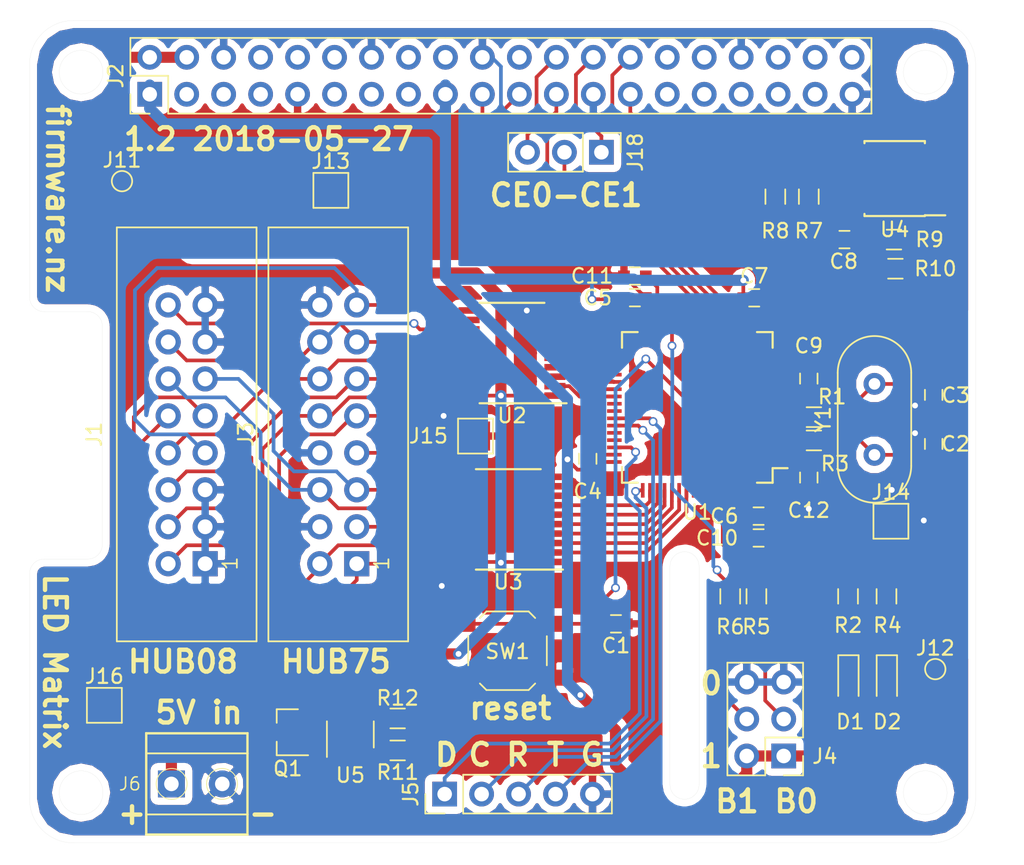
<source format=kicad_pcb>
(kicad_pcb (version 4) (host pcbnew 4.0.7-e2-6376~58~ubuntu16.04.1)
  (layers (0 F.Cu signal) (31 B.Cu signal) (34 B.Paste user) (35 F.Paste user) (36 B.SilkS user) (37 F.SilkS user) (38 B.Mask user) (39 F.Mask user) (44 Edge.Cuts user))
  (net 0 "")
  (net 1 GND)
  (net 2 LED_A)
  (net 3 LED_B)
  (net 4 LED_C)
  (net 5 LED_OE)
  (net 6 LED_D)
  (net 7 LED_R1)
  (net 8 LED_G1)
  (net 9 LED_R2)
  (net 10 LED_G2)
  (net 11 LED_STB)
  (net 12 LED_CLK)
  (net 13 +3V3)
  (net 14 "Net-(J2-Pad3)")
  (net 15 "Net-(J2-Pad5)")
  (net 16 "Net-(J2-Pad7)")
  (net 17 "Net-(J2-Pad8)")
  (net 18 "Net-(J2-Pad10)")
  (net 19 "Net-(J2-Pad11)")
  (net 20 "Net-(J2-Pad12)")
  (net 21 "Net-(J2-Pad13)")
  (net 22 "Net-(J2-Pad15)")
  (net 23 "Net-(J2-Pad16)")
  (net 24 SPI_MOSI)
  (net 25 SPI_MISO)
  (net 26 "Net-(J2-Pad22)")
  (net 27 SPI_CLK)
  (net 28 SPI_CE1)
  (net 29 "Net-(J2-Pad29)")
  (net 30 "Net-(J2-Pad30)")
  (net 31 "Net-(J2-Pad31)")
  (net 32 "Net-(J2-Pad32)")
  (net 33 "Net-(J2-Pad33)")
  (net 34 "Net-(J2-Pad35)")
  (net 35 "Net-(J2-Pad36)")
  (net 36 "Net-(J2-Pad37)")
  (net 37 "Net-(J2-Pad38)")
  (net 38 "Net-(J2-Pad40)")
  (net 39 "Net-(U1-Pad4)")
  (net 40 RESET)
  (net 41 OSC_IN)
  (net 42 OSC_OUT)
  (net 43 "Net-(D1-Pad1)")
  (net 44 "Net-(D2-Pad1)")
  (net 45 LED_A_H)
  (net 46 LED_B_H)
  (net 47 LED_C_H)
  (net 48 LED_OE_H)
  (net 49 LED_D_H)
  (net 50 LED_R1_H)
  (net 51 LED_G1_H)
  (net 52 LED_R2_H)
  (net 53 LED_G2_H)
  (net 54 LED_STB_H)
  (net 55 LED_CLK_H)
  (net 56 +5V)
  (net 57 ID_SDA)
  (net 58 ID_SCL)
  (net 59 LED_B1_H)
  (net 60 LED_B2_H)
  (net 61 "Net-(J4-Pad3)")
  (net 62 "Net-(J4-Pad4)")
  (net 63 PC13)
  (net 64 BOOT0)
  (net 65 BOOT1)
  (net 66 LED_B1)
  (net 67 LED_B2)
  (net 68 "Net-(U2-Pad11)")
  (net 69 "Net-(U3-Pad11)")
  (net 70 "Net-(U3-Pad12)")
  (net 71 PROG_TX)
  (net 72 PROG_RX)
  (net 73 "Net-(U1-Pad11)")
  (net 74 "Net-(U1-Pad25)")
  (net 75 "Net-(R10-Pad1)")
  (net 76 "Net-(J2-Pad18)")
  (net 77 "Net-(U1-Pad3)")
  (net 78 "Net-(U1-Pad10)")
  (net 79 SPI_CE0_PI)
  (net 80 SPI_CE1_PI)
  (net 81 "Net-(U1-Pad8)")
  (net 82 "Net-(U1-Pad9)")
  (net 83 "Net-(U1-Pad14)")
  (net 84 "Net-(U1-Pad15)")
  (net 85 "Net-(U1-Pad16)")
  (net 86 "Net-(U1-Pad17)")
  (net 87 "Net-(U1-Pad26)")
  (net 88 "Net-(U1-Pad27)")
  (net 89 "Net-(U1-Pad29)")
  (net 90 "Net-(U1-Pad41)")
  (net 91 "Net-(U1-Pad56)")
  (net 92 "Net-(U1-Pad57)")
  (net 93 "Net-(U1-Pad62)")
  (net 94 "Net-(U1-Pad24)")
  (net 95 "Net-(U1-Pad40)")
  (net 96 "Net-(U1-Pad44)")
  (net 97 "Net-(U1-Pad45)")
  (net 98 "Net-(U1-Pad61)")
  (net 99 "Net-(C11-Pad1)")
  (net 100 "Net-(C2-Pad2)")
  (net 101 "Net-(C3-Pad2)")
  (net 102 "Net-(U1-Pad58)")
  (net 103 "Net-(U1-Pad59)")
  (net 104 SWDIO)
  (net 105 SWCLK)
  (net 106 "Net-(J6-Pad1)")
  (net 107 "Net-(Q1-Pad1)")
  (net 108 "Net-(R11-Pad1)")
  (module Pin_Headers:Pin_Header_Straight_2x20_Pitch2.54mm (layer F.Cu) (at 132.715 56.515 90)
    (fp_text reference J2 (at 1.27 -2.33 90) (layer F.SilkS))
    (fp_text value PI-CON)
    (pad 1 thru_hole rect (at 0 0 90) (size 1.7 1.7) (drill 1) (layers *.Cu *.Mask) (net 13 +3V3))
    (pad 2 thru_hole oval (at 2.54 0 90) (size 1.7 1.7) (drill 1) (layers *.Cu *.Mask) (net 56 +5V))
    (pad 3 thru_hole oval (at 0 2.54 90) (size 1.7 1.7) (drill 1) (layers *.Cu *.Mask) (net 14 "Net-(J2-Pad3)"))
    (pad 4 thru_hole oval (at 2.54 2.54 90) (size 1.7 1.7) (drill 1) (layers *.Cu *.Mask) (net 56 +5V))
    (pad 5 thru_hole oval (at 0 5.08 90) (size 1.7 1.7) (drill 1) (layers *.Cu *.Mask) (net 15 "Net-(J2-Pad5)"))
    (pad 6 thru_hole oval (at 2.54 5.08 90) (size 1.7 1.7) (drill 1) (layers *.Cu *.Mask) (net 1 GND))
    (pad 7 thru_hole oval (at 0 7.62 90) (size 1.7 1.7) (drill 1) (layers *.Cu *.Mask) (net 16 "Net-(J2-Pad7)"))
    (pad 8 thru_hole oval (at 2.54 7.62 90) (size 1.7 1.7) (drill 1) (layers *.Cu *.Mask) (net 17 "Net-(J2-Pad8)"))
    (pad 9 thru_hole oval (at 0 10.16 90) (size 1.7 1.7) (drill 1) (layers *.Cu *.Mask) (net 1 GND))
    (pad 10 thru_hole oval (at 2.54 10.16 90) (size 1.7 1.7) (drill 1) (layers *.Cu *.Mask) (net 18 "Net-(J2-Pad10)"))
    (pad 11 thru_hole oval (at 0 12.7 90) (size 1.7 1.7) (drill 1) (layers *.Cu *.Mask) (net 19 "Net-(J2-Pad11)"))
    (pad 12 thru_hole oval (at 2.54 12.7 90) (size 1.7 1.7) (drill 1) (layers *.Cu *.Mask) (net 20 "Net-(J2-Pad12)"))
    (pad 13 thru_hole oval (at 0 15.24 90) (size 1.7 1.7) (drill 1) (layers *.Cu *.Mask) (net 21 "Net-(J2-Pad13)"))
    (pad 14 thru_hole oval (at 2.54 15.24 90) (size 1.7 1.7) (drill 1) (layers *.Cu *.Mask) (net 1 GND))
    (pad 15 thru_hole oval (at 0 17.78 90) (size 1.7 1.7) (drill 1) (layers *.Cu *.Mask) (net 22 "Net-(J2-Pad15)"))
    (pad 16 thru_hole oval (at 2.54 17.78 90) (size 1.7 1.7) (drill 1) (layers *.Cu *.Mask) (net 23 "Net-(J2-Pad16)"))
    (pad 17 thru_hole oval (at 0 20.32 90) (size 1.7 1.7) (drill 1) (layers *.Cu *.Mask) (net 13 +3V3))
    (pad 18 thru_hole oval (at 2.54 20.32 90) (size 1.7 1.7) (drill 1) (layers *.Cu *.Mask) (net 76 "Net-(J2-Pad18)"))
    (pad 19 thru_hole oval (at 0 22.86 90) (size 1.7 1.7) (drill 1) (layers *.Cu *.Mask) (net 24 SPI_MOSI))
    (pad 20 thru_hole oval (at 2.54 22.86 90) (size 1.7 1.7) (drill 1) (layers *.Cu *.Mask) (net 1 GND))
    (pad 21 thru_hole oval (at 0 25.4 90) (size 1.7 1.7) (drill 1) (layers *.Cu *.Mask) (net 25 SPI_MISO))
    (pad 22 thru_hole oval (at 2.54 25.4 90) (size 1.7 1.7) (drill 1) (layers *.Cu *.Mask) (net 26 "Net-(J2-Pad22)"))
    (pad 23 thru_hole oval (at 0 27.94 90) (size 1.7 1.7) (drill 1) (layers *.Cu *.Mask) (net 27 SPI_CLK))
    (pad 24 thru_hole oval (at 2.54 27.94 90) (size 1.7 1.7) (drill 1) (layers *.Cu *.Mask) (net 79 SPI_CE0_PI))
    (pad 25 thru_hole oval (at 0 30.48 90) (size 1.7 1.7) (drill 1) (layers *.Cu *.Mask) (net 1 GND))
    (pad 26 thru_hole oval (at 2.54 30.48 90) (size 1.7 1.7) (drill 1) (layers *.Cu *.Mask) (net 80 SPI_CE1_PI))
    (pad 27 thru_hole oval (at 0 33.02 90) (size 1.7 1.7) (drill 1) (layers *.Cu *.Mask) (net 57 ID_SDA))
    (pad 28 thru_hole oval (at 2.54 33.02 90) (size 1.7 1.7) (drill 1) (layers *.Cu *.Mask) (net 58 ID_SCL))
    (pad 29 thru_hole oval (at 0 35.56 90) (size 1.7 1.7) (drill 1) (layers *.Cu *.Mask) (net 29 "Net-(J2-Pad29)"))
    (pad 30 thru_hole oval (at 2.54 35.56 90) (size 1.7 1.7) (drill 1) (layers *.Cu *.Mask) (net 30 "Net-(J2-Pad30)"))
    (pad 31 thru_hole oval (at 0 38.1 90) (size 1.7 1.7) (drill 1) (layers *.Cu *.Mask) (net 31 "Net-(J2-Pad31)"))
    (pad 32 thru_hole oval (at 2.54 38.1 90) (size 1.7 1.7) (drill 1) (layers *.Cu *.Mask) (net 32 "Net-(J2-Pad32)"))
    (pad 33 thru_hole oval (at 0 40.64 90) (size 1.7 1.7) (drill 1) (layers *.Cu *.Mask) (net 33 "Net-(J2-Pad33)"))
    (pad 34 thru_hole oval (at 2.54 40.64 90) (size 1.7 1.7) (drill 1) (layers *.Cu *.Mask) (net 1 GND))
    (pad 35 thru_hole oval (at 0 43.18 90) (size 1.7 1.7) (drill 1) (layers *.Cu *.Mask) (net 34 "Net-(J2-Pad35)"))
    (pad 36 thru_hole oval (at 2.54 43.18 90) (size 1.7 1.7) (drill 1) (layers *.Cu *.Mask) (net 35 "Net-(J2-Pad36)"))
    (pad 37 thru_hole oval (at 0 45.72 90) (size 1.7 1.7) (drill 1) (layers *.Cu *.Mask) (net 36 "Net-(J2-Pad37)"))
    (pad 38 thru_hole oval (at 2.54 45.72 90) (size 1.7 1.7) (drill 1) (layers *.Cu *.Mask) (net 37 "Net-(J2-Pad38)"))
    (pad 39 thru_hole oval (at 0 48.26 90) (size 1.7 1.7) (drill 1) (layers *.Cu *.Mask) (net 1 GND))
    (pad 40 thru_hole oval (at 2.54 48.26 90) (size 1.7 1.7) (drill 1) (layers *.Cu *.Mask) (net 38 "Net-(J2-Pad40)"))
  )
  (module Connectors_IDC:IDC-Header_2x08_Pitch2.54mm_Straight (layer F.Cu) (at 136.525 88.773 90)
    (fp_text reference J1 (at 8.89 -7.62 90) (layer F.SilkS))
    (fp_text value HUB08)
    (fp_text user 1 (at 0.02 1.72 90) (layer F.SilkS) (effects (font (thickness 0.12))))
    (pad 1 thru_hole rect (at 0 0 90) (size 1.7272 1.7272) (drill 1.016) (layers *.Cu *.Mask) (net 1 GND))
    (pad 2 thru_hole oval (at 0 -2.54 90) (size 1.7272 1.7272) (drill 1.016) (layers *.Cu *.Mask) (net 45 LED_A_H))
    (pad 3 thru_hole oval (at 2.54 0 90) (size 1.7272 1.7272) (drill 1.016) (layers *.Cu *.Mask) (net 1 GND))
    (pad 4 thru_hole oval (at 2.54 -2.54 90) (size 1.7272 1.7272) (drill 1.016) (layers *.Cu *.Mask) (net 46 LED_B_H))
    (pad 5 thru_hole oval (at 5.08 0 90) (size 1.7272 1.7272) (drill 1.016) (layers *.Cu *.Mask) (net 1 GND))
    (pad 6 thru_hole oval (at 5.08 -2.54 90) (size 1.7272 1.7272) (drill 1.016) (layers *.Cu *.Mask) (net 47 LED_C_H))
    (pad 7 thru_hole oval (at 7.62 0 90) (size 1.7272 1.7272) (drill 1.016) (layers *.Cu *.Mask) (net 48 LED_OE_H))
    (pad 8 thru_hole oval (at 7.62 -2.54 90) (size 1.7272 1.7272) (drill 1.016) (layers *.Cu *.Mask) (net 49 LED_D_H))
    (pad 9 thru_hole oval (at 10.16 0 90) (size 1.7272 1.7272) (drill 1.016) (layers *.Cu *.Mask) (net 50 LED_R1_H))
    (pad 10 thru_hole oval (at 10.16 -2.54 90) (size 1.7272 1.7272) (drill 1.016) (layers *.Cu *.Mask) (net 51 LED_G1_H))
    (pad 11 thru_hole oval (at 12.7 0 90) (size 1.7272 1.7272) (drill 1.016) (layers *.Cu *.Mask) (net 52 LED_R2_H))
    (pad 12 thru_hole oval (at 12.7 -2.54 90) (size 1.7272 1.7272) (drill 1.016) (layers *.Cu *.Mask) (net 53 LED_G2_H))
    (pad 13 thru_hole oval (at 15.24 0 90) (size 1.7272 1.7272) (drill 1.016) (layers *.Cu *.Mask) (net 1 GND))
    (pad 14 thru_hole oval (at 15.24 -2.54 90) (size 1.7272 1.7272) (drill 1.016) (layers *.Cu *.Mask) (net 54 LED_STB_H))
    (pad 15 thru_hole oval (at 17.78 0 90) (size 1.7272 1.7272) (drill 1.016) (layers *.Cu *.Mask) (net 1 GND))
    (pad 16 thru_hole oval (at 17.78 -2.54 90) (size 1.7272 1.7272) (drill 1.016) (layers *.Cu *.Mask) (net 55 LED_CLK_H))
  )
  (module LEDs:LED_0805 (layer F.Cu) (at 180.721 96.858 270)
    (fp_text reference D1 (at 2.7735 -0.127 360) (layer F.SilkS))
    (fp_text value LED)
    (pad 2 smd rect (at 1.1 0 90) (size 1.2 1.2) (layers F.Cu F.Paste F.Mask) (net 13 +3V3))
    (pad 1 smd rect (at -1.1 0 90) (size 1.2 1.2) (layers F.Cu F.Paste F.Mask) (net 43 "Net-(D1-Pad1)"))
  )
  (module LEDs:LED_0805 (layer F.Cu) (at 183.3626 96.858 270)
    (fp_text reference D2 (at 2.7735 -0.0254 360) (layer F.SilkS))
    (fp_text value LED)
    (pad 2 smd rect (at 1.1 0 90) (size 1.2 1.2) (layers F.Cu F.Paste F.Mask) (net 13 +3V3))
    (pad 1 smd rect (at -1.1 0 90) (size 1.2 1.2) (layers F.Cu F.Paste F.Mask) (net 44 "Net-(D2-Pad1)"))
  )
  (module Connectors_IDC:IDC-Header_2x08_Pitch2.54mm_Straight (layer F.Cu) (at 146.939 88.773 90)
    (fp_text reference J3 (at 8.89 -7.62 90) (layer F.SilkS))
    (fp_text value HUB75)
    (fp_text user 1 (at 0.02 1.72 90) (layer F.SilkS) (effects (font (thickness 0.12))))
    (pad 1 thru_hole rect (at 0 0 90) (size 1.7272 1.7272) (drill 1.016) (layers *.Cu *.Mask) (net 50 LED_R1_H))
    (pad 2 thru_hole oval (at 0 -2.54 90) (size 1.7272 1.7272) (drill 1.016) (layers *.Cu *.Mask) (net 51 LED_G1_H))
    (pad 3 thru_hole oval (at 2.54 0 90) (size 1.7272 1.7272) (drill 1.016) (layers *.Cu *.Mask) (net 59 LED_B1_H))
    (pad 4 thru_hole oval (at 2.54 -2.54 90) (size 1.7272 1.7272) (drill 1.016) (layers *.Cu *.Mask) (net 1 GND))
    (pad 5 thru_hole oval (at 5.08 0 90) (size 1.7272 1.7272) (drill 1.016) (layers *.Cu *.Mask) (net 52 LED_R2_H))
    (pad 6 thru_hole oval (at 5.08 -2.54 90) (size 1.7272 1.7272) (drill 1.016) (layers *.Cu *.Mask) (net 53 LED_G2_H))
    (pad 7 thru_hole oval (at 7.62 0 90) (size 1.7272 1.7272) (drill 1.016) (layers *.Cu *.Mask) (net 60 LED_B2_H))
    (pad 8 thru_hole oval (at 7.62 -2.54 90) (size 1.7272 1.7272) (drill 1.016) (layers *.Cu *.Mask) (net 1 GND))
    (pad 9 thru_hole oval (at 10.16 0 90) (size 1.7272 1.7272) (drill 1.016) (layers *.Cu *.Mask) (net 45 LED_A_H))
    (pad 10 thru_hole oval (at 10.16 -2.54 90) (size 1.7272 1.7272) (drill 1.016) (layers *.Cu *.Mask) (net 46 LED_B_H))
    (pad 11 thru_hole oval (at 12.7 0 90) (size 1.7272 1.7272) (drill 1.016) (layers *.Cu *.Mask) (net 47 LED_C_H))
    (pad 12 thru_hole oval (at 12.7 -2.54 90) (size 1.7272 1.7272) (drill 1.016) (layers *.Cu *.Mask) (net 49 LED_D_H))
    (pad 13 thru_hole oval (at 15.24 0 90) (size 1.7272 1.7272) (drill 1.016) (layers *.Cu *.Mask) (net 55 LED_CLK_H))
    (pad 14 thru_hole oval (at 15.24 -2.54 90) (size 1.7272 1.7272) (drill 1.016) (layers *.Cu *.Mask) (net 54 LED_STB_H))
    (pad 15 thru_hole oval (at 17.78 0 90) (size 1.7272 1.7272) (drill 1.016) (layers *.Cu *.Mask) (net 48 LED_OE_H))
    (pad 16 thru_hole oval (at 17.78 -2.54 90) (size 1.7272 1.7272) (drill 1.016) (layers *.Cu *.Mask) (net 1 GND))
  )
  (module Pin_Headers:Pin_Header_Straight_2x03_Pitch2.54mm (layer F.Cu) (at 176.276 101.981 180)
    (fp_text reference J4 (at -2.824 -0.019 180) (layer F.SilkS))
    (fp_text value Conn_02x03_Odd_Even hide)
    (pad 1 thru_hole rect (at 0 0 180) (size 1.7 1.7) (drill 1) (layers *.Cu *.Mask) (net 13 +3V3))
    (pad 2 thru_hole oval (at 2.54 0 180) (size 1.7 1.7) (drill 1) (layers *.Cu *.Mask) (net 13 +3V3))
    (pad 3 thru_hole oval (at 0 2.54 180) (size 1.7 1.7) (drill 1) (layers *.Cu *.Mask) (net 61 "Net-(J4-Pad3)"))
    (pad 4 thru_hole oval (at 2.54 2.54 180) (size 1.7 1.7) (drill 1) (layers *.Cu *.Mask) (net 62 "Net-(J4-Pad4)"))
    (pad 5 thru_hole oval (at 0 5.08 180) (size 1.7 1.7) (drill 1) (layers *.Cu *.Mask) (net 1 GND))
    (pad 6 thru_hole oval (at 2.54 5.08 180) (size 1.7 1.7) (drill 1) (layers *.Cu *.Mask) (net 1 GND))
  )
  (module Housings_SSOP:TSSOP-20_4.4x6.5mm_Pitch0.65mm (layer F.Cu) (at 157.607 74.295 180)
    (fp_text reference U2 (at 0 -4.3 180) (layer F.SilkS))
    (fp_text value 74HCX245 hide)
    (pad 1 smd rect (at -2.95 -2.925 180) (size 1.45 0.45) (layers F.Cu F.Paste F.Mask) (net 56 +5V))
    (pad 2 smd rect (at -2.95 -2.275 180) (size 1.45 0.45) (layers F.Cu F.Paste F.Mask) (net 2 LED_A))
    (pad 3 smd rect (at -2.95 -1.625 180) (size 1.45 0.45) (layers F.Cu F.Paste F.Mask) (net 3 LED_B))
    (pad 4 smd rect (at -2.95 -0.975 180) (size 1.45 0.45) (layers F.Cu F.Paste F.Mask) (net 4 LED_C))
    (pad 5 smd rect (at -2.95 -0.325 180) (size 1.45 0.45) (layers F.Cu F.Paste F.Mask) (net 6 LED_D))
    (pad 6 smd rect (at -2.95 0.325 180) (size 1.45 0.45) (layers F.Cu F.Paste F.Mask) (net 12 LED_CLK))
    (pad 7 smd rect (at -2.95 0.975 180) (size 1.45 0.45) (layers F.Cu F.Paste F.Mask) (net 11 LED_STB))
    (pad 8 smd rect (at -2.95 1.625 180) (size 1.45 0.45) (layers F.Cu F.Paste F.Mask) (net 5 LED_OE))
    (pad 9 smd rect (at -2.95 2.275 180) (size 1.45 0.45) (layers F.Cu F.Paste F.Mask) (net 1 GND))
    (pad 10 smd rect (at -2.95 2.925 180) (size 1.45 0.45) (layers F.Cu F.Paste F.Mask) (net 1 GND))
    (pad 11 smd rect (at 2.95 2.925 180) (size 1.45 0.45) (layers F.Cu F.Paste F.Mask) (net 68 "Net-(U2-Pad11)"))
    (pad 12 smd rect (at 2.95 2.275 180) (size 1.45 0.45) (layers F.Cu F.Paste F.Mask) (net 48 LED_OE_H))
    (pad 13 smd rect (at 2.95 1.625 180) (size 1.45 0.45) (layers F.Cu F.Paste F.Mask) (net 54 LED_STB_H))
    (pad 14 smd rect (at 2.95 0.975 180) (size 1.45 0.45) (layers F.Cu F.Paste F.Mask) (net 55 LED_CLK_H))
    (pad 15 smd rect (at 2.95 0.325 180) (size 1.45 0.45) (layers F.Cu F.Paste F.Mask) (net 49 LED_D_H))
    (pad 16 smd rect (at 2.95 -0.325 180) (size 1.45 0.45) (layers F.Cu F.Paste F.Mask) (net 47 LED_C_H))
    (pad 17 smd rect (at 2.95 -0.975 180) (size 1.45 0.45) (layers F.Cu F.Paste F.Mask) (net 46 LED_B_H))
    (pad 18 smd rect (at 2.95 -1.625 180) (size 1.45 0.45) (layers F.Cu F.Paste F.Mask) (net 45 LED_A_H))
    (pad 19 smd rect (at 2.95 -2.275 180) (size 1.45 0.45) (layers F.Cu F.Paste F.Mask) (net 1 GND))
    (pad 20 smd rect (at 2.95 -2.925 180) (size 1.45 0.45) (layers F.Cu F.Paste F.Mask) (net 56 +5V))
  )
  (module Housings_SSOP:TSSOP-20_4.4x6.5mm_Pitch0.65mm (layer F.Cu) (at 157.353 85.725 180)
    (fp_text reference U3 (at 0 -4.3 180) (layer F.SilkS))
    (fp_text value 74HCX245 hide)
    (pad 1 smd rect (at -2.95 -2.925 180) (size 1.45 0.45) (layers F.Cu F.Paste F.Mask) (net 56 +5V))
    (pad 2 smd rect (at -2.95 -2.275 180) (size 1.45 0.45) (layers F.Cu F.Paste F.Mask) (net 7 LED_R1))
    (pad 3 smd rect (at -2.95 -1.625 180) (size 1.45 0.45) (layers F.Cu F.Paste F.Mask) (net 8 LED_G1))
    (pad 4 smd rect (at -2.95 -0.975 180) (size 1.45 0.45) (layers F.Cu F.Paste F.Mask) (net 66 LED_B1))
    (pad 5 smd rect (at -2.95 -0.325 180) (size 1.45 0.45) (layers F.Cu F.Paste F.Mask) (net 10 LED_G2))
    (pad 6 smd rect (at -2.95 0.325 180) (size 1.45 0.45) (layers F.Cu F.Paste F.Mask) (net 9 LED_R2))
    (pad 7 smd rect (at -2.95 0.975 180) (size 1.45 0.45) (layers F.Cu F.Paste F.Mask) (net 67 LED_B2))
    (pad 8 smd rect (at -2.95 1.625 180) (size 1.45 0.45) (layers F.Cu F.Paste F.Mask) (net 1 GND))
    (pad 9 smd rect (at -2.95 2.275 180) (size 1.45 0.45) (layers F.Cu F.Paste F.Mask) (net 1 GND))
    (pad 10 smd rect (at -2.95 2.925 180) (size 1.45 0.45) (layers F.Cu F.Paste F.Mask) (net 1 GND))
    (pad 11 smd rect (at 2.95 2.925 180) (size 1.45 0.45) (layers F.Cu F.Paste F.Mask) (net 69 "Net-(U3-Pad11)"))
    (pad 12 smd rect (at 2.95 2.275 180) (size 1.45 0.45) (layers F.Cu F.Paste F.Mask) (net 70 "Net-(U3-Pad12)"))
    (pad 13 smd rect (at 2.95 1.625 180) (size 1.45 0.45) (layers F.Cu F.Paste F.Mask) (net 60 LED_B2_H))
    (pad 14 smd rect (at 2.95 0.975 180) (size 1.45 0.45) (layers F.Cu F.Paste F.Mask) (net 52 LED_R2_H))
    (pad 15 smd rect (at 2.95 0.325 180) (size 1.45 0.45) (layers F.Cu F.Paste F.Mask) (net 53 LED_G2_H))
    (pad 16 smd rect (at 2.95 -0.325 180) (size 1.45 0.45) (layers F.Cu F.Paste F.Mask) (net 59 LED_B1_H))
    (pad 17 smd rect (at 2.95 -0.975 180) (size 1.45 0.45) (layers F.Cu F.Paste F.Mask) (net 51 LED_G1_H))
    (pad 18 smd rect (at 2.95 -1.625 180) (size 1.45 0.45) (layers F.Cu F.Paste F.Mask) (net 50 LED_R1_H))
    (pad 19 smd rect (at 2.95 -2.275 180) (size 1.45 0.45) (layers F.Cu F.Paste F.Mask) (net 1 GND))
    (pad 20 smd rect (at 2.95 -2.925 180) (size 1.45 0.45) (layers F.Cu F.Paste F.Mask) (net 56 +5V))
  )
  (module Crystals:Crystal_HC49-4H_Vertical (layer F.Cu) (at 182.5117 81.2927 90)
    (fp_text reference Y1 (at 2.44 -3.525 90) (layer F.SilkS))
    (fp_text value "8 MHz")
    (pad 1 thru_hole circle (at 0 0 90) (size 1.5 1.5) (drill 0.8) (layers *.Cu *.Mask) (net 100 "Net-(C2-Pad2)"))
    (pad 2 thru_hole circle (at 4.88 0 90) (size 1.5 1.5) (drill 0.8) (layers *.Cu *.Mask) (net 101 "Net-(C3-Pad2)"))
  )
  (module Housings_SOIC:SOIC-8_3.9x4.9mm_Pitch1.27mm (layer F.Cu) (at 183.9 62.3062 180)
    (fp_text reference U4 (at 0 -3.5 180) (layer F.SilkS))
    (fp_text value CAT24C32)
    (pad 1 smd rect (at -2.7 -1.905 180) (size 1.55 0.6) (layers F.Cu F.Paste F.Mask) (net 1 GND))
    (pad 2 smd rect (at -2.7 -0.635 180) (size 1.55 0.6) (layers F.Cu F.Paste F.Mask) (net 1 GND))
    (pad 3 smd rect (at -2.7 0.635 180) (size 1.55 0.6) (layers F.Cu F.Paste F.Mask) (net 1 GND))
    (pad 4 smd rect (at -2.7 1.905 180) (size 1.55 0.6) (layers F.Cu F.Paste F.Mask) (net 1 GND))
    (pad 5 smd rect (at 2.7 1.905 180) (size 1.55 0.6) (layers F.Cu F.Paste F.Mask) (net 57 ID_SDA))
    (pad 6 smd rect (at 2.7 0.635 180) (size 1.55 0.6) (layers F.Cu F.Paste F.Mask) (net 58 ID_SCL))
    (pad 7 smd rect (at 2.7 -0.635 180) (size 1.55 0.6) (layers F.Cu F.Paste F.Mask) (net 75 "Net-(R10-Pad1)"))
    (pad 8 smd rect (at 2.7 -1.905 180) (size 1.55 0.6) (layers F.Cu F.Paste F.Mask) (net 13 +3V3))
  )
  (module Connectors_TestPoints:Test_Point_Pad_d1.0mm (layer F.Cu) (at 130.81 62.484)
    (fp_text reference J11 (at 0 -1.448) (layer F.SilkS))
    (fp_text value T6)
    (pad 1 smd circle (at 0 0) (size 1 1) (layers F.Cu F.Mask) (net 56 +5V))
  )
  (module Connectors_TestPoints:Test_Point_Pad_d1.0mm (layer F.Cu) (at 186.69 96.012)
    (fp_text reference J12 (at 0 -1.448) (layer F.SilkS))
    (fp_text value T7)
    (pad 1 smd circle (at 0 0) (size 1 1) (layers F.Cu F.Mask) (net 13 +3V3))
  )
  (module Connectors_TestPoints:Test_Point_Pad_2.0x2.0mm (layer F.Cu) (at 145.161 63.119)
    (fp_text reference J13 (at 0 -1.998) (layer F.SilkS))
    (fp_text value T8)
    (pad 1 smd rect (at 0 0) (size 2 2) (layers F.Cu F.Mask) (net 1 GND))
  )
  (module Connectors_TestPoints:Test_Point_Pad_2.0x2.0mm (layer F.Cu) (at 183.642 85.852)
    (fp_text reference J14 (at 0 -1.998) (layer F.SilkS))
    (fp_text value T9)
    (pad 1 smd rect (at 0 0) (size 2 2) (layers F.Cu F.Mask) (net 1 GND))
  )
  (module Connectors_TestPoints:Test_Point_Pad_2.0x2.0mm (layer F.Cu) (at 155.1 80)
    (fp_text reference J15 (at -3.234 -0.01) (layer F.SilkS))
    (fp_text value T10)
    (pad 1 smd rect (at 0 0) (size 2 2) (layers F.Cu F.Mask) (net 1 GND))
  )
  (module Connectors_TestPoints:Test_Point_Pad_2.0x2.0mm (layer F.Cu) (at 129.6 98.5)
    (fp_text reference J16 (at 0 -1.998) (layer F.SilkS))
    (fp_text value T11)
    (pad 1 smd rect (at 0 0) (size 2 2) (layers F.Cu F.Mask) (net 1 GND))
  )
  (module Pin_Headers:Pin_Header_Straight_1x03_Pitch2.54mm (layer F.Cu) (at 163.75 60.5 270)
    (fp_text reference J18 (at 0 -2.33 270) (layer F.SilkS))
    (fp_text value Conn_01x03)
    (pad 1 thru_hole rect (at 0 0 270) (size 1.7 1.7) (drill 1) (layers *.Cu *.Mask) (net 80 SPI_CE1_PI))
    (pad 2 thru_hole oval (at 0 2.54 270) (size 1.7 1.7) (drill 1) (layers *.Cu *.Mask) (net 28 SPI_CE1))
    (pad 3 thru_hole oval (at 0 5.08 270) (size 1.7 1.7) (drill 1) (layers *.Cu *.Mask) (net 79 SPI_CE0_PI))
  )
  (module Housings_QFP:LQFP-64_10x10mm_Pitch0.5mm (layer F.Cu) (at 170.34 78.03 180)
    (fp_text reference U1 (at 0 -7.2 180) (layer F.SilkS))
    (fp_text value STM32F401RETx)
    (pad 1 smd rect (at -5.7 -3.75 180) (size 1 0.25) (layers F.Cu F.Paste F.Mask) (net 13 +3V3))
    (pad 2 smd rect (at -5.7 -3.25 180) (size 1 0.25) (layers F.Cu F.Paste F.Mask) (net 63 PC13))
    (pad 3 smd rect (at -5.7 -2.75 180) (size 1 0.25) (layers F.Cu F.Paste F.Mask) (net 77 "Net-(U1-Pad3)"))
    (pad 4 smd rect (at -5.7 -2.25 180) (size 1 0.25) (layers F.Cu F.Paste F.Mask) (net 39 "Net-(U1-Pad4)"))
    (pad 5 smd rect (at -5.7 -1.75 180) (size 1 0.25) (layers F.Cu F.Paste F.Mask) (net 41 OSC_IN))
    (pad 6 smd rect (at -5.7 -1.25 180) (size 1 0.25) (layers F.Cu F.Paste F.Mask) (net 42 OSC_OUT))
    (pad 7 smd rect (at -5.7 -0.75 180) (size 1 0.25) (layers F.Cu F.Paste F.Mask) (net 40 RESET))
    (pad 8 smd rect (at -5.7 -0.25 180) (size 1 0.25) (layers F.Cu F.Paste F.Mask) (net 81 "Net-(U1-Pad8)"))
    (pad 9 smd rect (at -5.7 0.25 180) (size 1 0.25) (layers F.Cu F.Paste F.Mask) (net 82 "Net-(U1-Pad9)"))
    (pad 10 smd rect (at -5.7 0.75 180) (size 1 0.25) (layers F.Cu F.Paste F.Mask) (net 78 "Net-(U1-Pad10)"))
    (pad 11 smd rect (at -5.7 1.25 180) (size 1 0.25) (layers F.Cu F.Paste F.Mask) (net 73 "Net-(U1-Pad11)"))
    (pad 12 smd rect (at -5.7 1.75 180) (size 1 0.25) (layers F.Cu F.Paste F.Mask) (net 1 GND))
    (pad 13 smd rect (at -5.7 2.25 180) (size 1 0.25) (layers F.Cu F.Paste F.Mask) (net 13 +3V3))
    (pad 14 smd rect (at -5.7 2.75 180) (size 1 0.25) (layers F.Cu F.Paste F.Mask) (net 83 "Net-(U1-Pad14)"))
    (pad 15 smd rect (at -5.7 3.25 180) (size 1 0.25) (layers F.Cu F.Paste F.Mask) (net 84 "Net-(U1-Pad15)"))
    (pad 16 smd rect (at -5.7 3.75 180) (size 1 0.25) (layers F.Cu F.Paste F.Mask) (net 85 "Net-(U1-Pad16)"))
    (pad 17 smd rect (at -3.75 5.7 270) (size 1 0.25) (layers F.Cu F.Paste F.Mask) (net 86 "Net-(U1-Pad17)"))
    (pad 18 smd rect (at -3.25 5.7 270) (size 1 0.25) (layers F.Cu F.Paste F.Mask) (net 1 GND))
    (pad 19 smd rect (at -2.75 5.7 270) (size 1 0.25) (layers F.Cu F.Paste F.Mask) (net 13 +3V3))
    (pad 20 smd rect (at -2.25 5.7 270) (size 1 0.25) (layers F.Cu F.Paste F.Mask) (net 28 SPI_CE1))
    (pad 21 smd rect (at -1.75 5.7 270) (size 1 0.25) (layers F.Cu F.Paste F.Mask) (net 27 SPI_CLK))
    (pad 22 smd rect (at -1.25 5.7 270) (size 1 0.25) (layers F.Cu F.Paste F.Mask) (net 25 SPI_MISO))
    (pad 23 smd rect (at -0.75 5.7 270) (size 1 0.25) (layers F.Cu F.Paste F.Mask) (net 24 SPI_MOSI))
    (pad 24 smd rect (at -0.25 5.7 270) (size 1 0.25) (layers F.Cu F.Paste F.Mask) (net 94 "Net-(U1-Pad24)"))
    (pad 25 smd rect (at 0.25 5.7 270) (size 1 0.25) (layers F.Cu F.Paste F.Mask) (net 74 "Net-(U1-Pad25)"))
    (pad 26 smd rect (at 0.75 5.7 270) (size 1 0.25) (layers F.Cu F.Paste F.Mask) (net 87 "Net-(U1-Pad26)"))
    (pad 27 smd rect (at 1.25 5.7 270) (size 1 0.25) (layers F.Cu F.Paste F.Mask) (net 88 "Net-(U1-Pad27)"))
    (pad 28 smd rect (at 1.75 5.7 270) (size 1 0.25) (layers F.Cu F.Paste F.Mask) (net 65 BOOT1))
    (pad 29 smd rect (at 2.25 5.7 270) (size 1 0.25) (layers F.Cu F.Paste F.Mask) (net 89 "Net-(U1-Pad29)"))
    (pad 30 smd rect (at 2.75 5.7 270) (size 1 0.25) (layers F.Cu F.Paste F.Mask) (net 99 "Net-(C11-Pad1)"))
    (pad 31 smd rect (at 3.25 5.7 270) (size 1 0.25) (layers F.Cu F.Paste F.Mask) (net 1 GND))
    (pad 32 smd rect (at 3.75 5.7 270) (size 1 0.25) (layers F.Cu F.Paste F.Mask) (net 13 +3V3))
    (pad 33 smd rect (at 5.7 3.75 180) (size 1 0.25) (layers F.Cu F.Paste F.Mask) (net 5 LED_OE))
    (pad 34 smd rect (at 5.7 3.25 180) (size 1 0.25) (layers F.Cu F.Paste F.Mask) (net 11 LED_STB))
    (pad 35 smd rect (at 5.7 2.75 180) (size 1 0.25) (layers F.Cu F.Paste F.Mask) (net 12 LED_CLK))
    (pad 36 smd rect (at 5.7 2.25 180) (size 1 0.25) (layers F.Cu F.Paste F.Mask) (net 6 LED_D))
    (pad 37 smd rect (at 5.7 1.75 180) (size 1 0.25) (layers F.Cu F.Paste F.Mask) (net 4 LED_C))
    (pad 38 smd rect (at 5.7 1.25 180) (size 1 0.25) (layers F.Cu F.Paste F.Mask) (net 3 LED_B))
    (pad 39 smd rect (at 5.7 0.75 180) (size 1 0.25) (layers F.Cu F.Paste F.Mask) (net 2 LED_A))
    (pad 40 smd rect (at 5.7 0.25 180) (size 1 0.25) (layers F.Cu F.Paste F.Mask) (net 95 "Net-(U1-Pad40)"))
    (pad 41 smd rect (at 5.7 -0.25 180) (size 1 0.25) (layers F.Cu F.Paste F.Mask) (net 90 "Net-(U1-Pad41)"))
    (pad 42 smd rect (at 5.7 -0.75 180) (size 1 0.25) (layers F.Cu F.Paste F.Mask) (net 71 PROG_TX))
    (pad 43 smd rect (at 5.7 -1.25 180) (size 1 0.25) (layers F.Cu F.Paste F.Mask) (net 72 PROG_RX))
    (pad 44 smd rect (at 5.7 -1.75 180) (size 1 0.25) (layers F.Cu F.Paste F.Mask) (net 96 "Net-(U1-Pad44)"))
    (pad 45 smd rect (at 5.7 -2.25 180) (size 1 0.25) (layers F.Cu F.Paste F.Mask) (net 97 "Net-(U1-Pad45)"))
    (pad 46 smd rect (at 5.7 -2.75 180) (size 1 0.25) (layers F.Cu F.Paste F.Mask) (net 104 SWDIO))
    (pad 47 smd rect (at 5.7 -3.25 180) (size 1 0.25) (layers F.Cu F.Paste F.Mask) (net 1 GND))
    (pad 48 smd rect (at 5.7 -3.75 180) (size 1 0.25) (layers F.Cu F.Paste F.Mask) (net 13 +3V3))
    (pad 49 smd rect (at 3.75 -5.7 270) (size 1 0.25) (layers F.Cu F.Paste F.Mask) (net 105 SWCLK))
    (pad 50 smd rect (at 3.25 -5.7 270) (size 1 0.25) (layers F.Cu F.Paste F.Mask) (net 67 LED_B2))
    (pad 51 smd rect (at 2.75 -5.7 270) (size 1 0.25) (layers F.Cu F.Paste F.Mask) (net 9 LED_R2))
    (pad 52 smd rect (at 2.25 -5.7 270) (size 1 0.25) (layers F.Cu F.Paste F.Mask) (net 10 LED_G2))
    (pad 53 smd rect (at 1.75 -5.7 270) (size 1 0.25) (layers F.Cu F.Paste F.Mask) (net 66 LED_B1))
    (pad 54 smd rect (at 1.25 -5.7 270) (size 1 0.25) (layers F.Cu F.Paste F.Mask) (net 8 LED_G1))
    (pad 55 smd rect (at 0.75 -5.7 270) (size 1 0.25) (layers F.Cu F.Paste F.Mask) (net 7 LED_R1))
    (pad 56 smd rect (at 0.25 -5.7 270) (size 1 0.25) (layers F.Cu F.Paste F.Mask) (net 91 "Net-(U1-Pad56)"))
    (pad 57 smd rect (at -0.25 -5.7 270) (size 1 0.25) (layers F.Cu F.Paste F.Mask) (net 92 "Net-(U1-Pad57)"))
    (pad 58 smd rect (at -0.75 -5.7 270) (size 1 0.25) (layers F.Cu F.Paste F.Mask) (net 102 "Net-(U1-Pad58)"))
    (pad 59 smd rect (at -1.25 -5.7 270) (size 1 0.25) (layers F.Cu F.Paste F.Mask) (net 103 "Net-(U1-Pad59)"))
    (pad 60 smd rect (at -1.75 -5.7 270) (size 1 0.25) (layers F.Cu F.Paste F.Mask) (net 64 BOOT0))
    (pad 61 smd rect (at -2.25 -5.7 270) (size 1 0.25) (layers F.Cu F.Paste F.Mask) (net 98 "Net-(U1-Pad61)"))
    (pad 62 smd rect (at -2.75 -5.7 270) (size 1 0.25) (layers F.Cu F.Paste F.Mask) (net 93 "Net-(U1-Pad62)"))
    (pad 63 smd rect (at -3.25 -5.7 270) (size 1 0.25) (layers F.Cu F.Paste F.Mask) (net 1 GND))
    (pad 64 smd rect (at -3.75 -5.7 270) (size 1 0.25) (layers F.Cu F.Paste F.Mask) (net 13 +3V3))
  )
  (module Capacitors_SMD:C_0603 (layer F.Cu) (at 164.75 92.9 180)
    (fp_text reference C1 (at 0 -1.5 180) (layer F.SilkS))
    (fp_text value 100nF)
    (pad 2 smd rect (at 0.75 0 180) (size 0.8 0.75) (layers F.Cu F.Paste F.Mask) (net 40 RESET))
    (pad 1 smd rect (at -0.75 0 180) (size 0.8 0.75) (layers F.Cu F.Paste F.Mask) (net 1 GND))
  )
  (module Capacitors_SMD:C_0603 (layer F.Cu) (at 186.58 80.54 270)
    (fp_text reference C2 (at 0 -1.5 360) (layer F.SilkS))
    (fp_text value 20p)
    (pad 2 smd rect (at 0.75 0 270) (size 0.8 0.75) (layers F.Cu F.Paste F.Mask) (net 100 "Net-(C2-Pad2)"))
    (pad 1 smd rect (at -0.75 0 270) (size 0.8 0.75) (layers F.Cu F.Paste F.Mask) (net 1 GND))
  )
  (module Capacitors_SMD:C_0603 (layer F.Cu) (at 186.58 77.17 90)
    (fp_text reference C3 (at -0.03 1.52 180) (layer F.SilkS))
    (fp_text value 20p)
    (pad 2 smd rect (at 0.75 0 90) (size 0.8 0.75) (layers F.Cu F.Paste F.Mask) (net 101 "Net-(C3-Pad2)"))
    (pad 1 smd rect (at -0.75 0 90) (size 0.8 0.75) (layers F.Cu F.Paste F.Mask) (net 1 GND))
  )
  (module Capacitors_SMD:C_0603 (layer F.Cu) (at 162.81 81.56 90)
    (fp_text reference C4 (at -2.24 -0.01 180) (layer F.SilkS))
    (fp_text value 100nF)
    (pad 2 smd rect (at 0.75 0 90) (size 0.8 0.75) (layers F.Cu F.Paste F.Mask) (net 1 GND))
    (pad 1 smd rect (at -0.75 0 90) (size 0.8 0.75) (layers F.Cu F.Paste F.Mask) (net 13 +3V3))
  )
  (module Capacitors_SMD:C_0603 (layer F.Cu) (at 166.05 70.49)
    (fp_text reference C5 (at -2.55 0.01) (layer F.SilkS))
    (fp_text value 100nF)
    (pad 2 smd rect (at 0.75 0) (size 0.8 0.75) (layers F.Cu F.Paste F.Mask) (net 1 GND))
    (pad 1 smd rect (at -0.75 0) (size 0.8 0.75) (layers F.Cu F.Paste F.Mask) (net 13 +3V3))
  )
  (module Capacitors_SMD:C_0603 (layer F.Cu) (at 174.55 85.5 180)
    (fp_text reference C6 (at 2.35 0 180) (layer F.SilkS))
    (fp_text value 100nF)
    (pad 2 smd rect (at 0.75 0 180) (size 0.8 0.75) (layers F.Cu F.Paste F.Mask) (net 1 GND))
    (pad 1 smd rect (at -0.75 0 180) (size 0.8 0.75) (layers F.Cu F.Paste F.Mask) (net 13 +3V3))
  )
  (module Capacitors_SMD:C_0603 (layer F.Cu) (at 174.25 70.5)
    (fp_text reference C7 (at 0 -1.5) (layer F.SilkS))
    (fp_text value 100nF)
    (pad 2 smd rect (at 0.75 0) (size 0.8 0.75) (layers F.Cu F.Paste F.Mask) (net 1 GND))
    (pad 1 smd rect (at -0.75 0) (size 0.8 0.75) (layers F.Cu F.Paste F.Mask) (net 13 +3V3))
  )
  (module Capacitors_SMD:C_0603 (layer F.Cu) (at 180.45 66.5 180)
    (fp_text reference C8 (at 0.05 -1.5 180) (layer F.SilkS))
    (fp_text value 100nF)
    (pad 2 smd rect (at 0.75 0 180) (size 0.8 0.75) (layers F.Cu F.Paste F.Mask) (net 1 GND))
    (pad 1 smd rect (at -0.75 0 180) (size 0.8 0.75) (layers F.Cu F.Paste F.Mask) (net 13 +3V3))
  )
  (module Resistors_SMD:R_0603 (layer F.Cu) (at 180.6956 91.012 90)
    (fp_text reference R2 (at -1.988 0.0044 180) (layer F.SilkS))
    (fp_text value 510R)
    (pad 1 smd rect (at -0.75 0 90) (size 0.5 0.9) (layers F.Cu F.Paste F.Mask) (net 43 "Net-(D1-Pad1)"))
    (pad 2 smd rect (at 0.75 0 90) (size 0.5 0.9) (layers F.Cu F.Paste F.Mask) (net 63 PC13))
  )
  (module Resistors_SMD:R_0603 (layer F.Cu) (at 178.35 80.3)
    (fp_text reference R3 (at 1.45 1.6) (layer F.SilkS))
    (fp_text value 0R)
    (pad 1 smd rect (at -0.75 0) (size 0.5 0.9) (layers F.Cu F.Paste F.Mask) (net 41 OSC_IN))
    (pad 2 smd rect (at 0.75 0) (size 0.5 0.9) (layers F.Cu F.Paste F.Mask) (net 100 "Net-(C2-Pad2)"))
  )
  (module Resistors_SMD:R_0603 (layer F.Cu) (at 183.3372 91.012 90)
    (fp_text reference R4 (at -1.988 0.0628 180) (layer F.SilkS))
    (fp_text value 510R)
    (pad 1 smd rect (at -0.75 0 90) (size 0.5 0.9) (layers F.Cu F.Paste F.Mask) (net 44 "Net-(D2-Pad1)"))
    (pad 2 smd rect (at 0.75 0 90) (size 0.5 0.9) (layers F.Cu F.Paste F.Mask) (net 1 GND))
  )
  (module Resistors_SMD:R_0603 (layer F.Cu) (at 174.4 91.012 90)
    (fp_text reference R5 (at -2.088 0 180) (layer F.SilkS))
    (fp_text value 100K)
    (pad 1 smd rect (at -0.75 0 90) (size 0.5 0.9) (layers F.Cu F.Paste F.Mask) (net 61 "Net-(J4-Pad3)"))
    (pad 2 smd rect (at 0.75 0 90) (size 0.5 0.9) (layers F.Cu F.Paste F.Mask) (net 64 BOOT0))
  )
  (module Resistors_SMD:R_0603 (layer F.Cu) (at 172.6 91.012 270)
    (fp_text reference R6 (at 2.088 0 360) (layer F.SilkS))
    (fp_text value 100K)
    (pad 1 smd rect (at -0.75 0 270) (size 0.5 0.9) (layers F.Cu F.Paste F.Mask) (net 65 BOOT1))
    (pad 2 smd rect (at 0.75 0 270) (size 0.5 0.9) (layers F.Cu F.Paste F.Mask) (net 62 "Net-(J4-Pad4)"))
  )
  (module Resistors_SMD:R_0603 (layer F.Cu) (at 178 63.55 90)
    (fp_text reference R7 (at -2.35 0 180) (layer F.SilkS))
    (fp_text value 3K9)
    (pad 1 smd rect (at -0.75 0 90) (size 0.5 0.9) (layers F.Cu F.Paste F.Mask) (net 13 +3V3))
    (pad 2 smd rect (at 0.75 0 90) (size 0.5 0.9) (layers F.Cu F.Paste F.Mask) (net 57 ID_SDA))
  )
  (module Resistors_SMD:R_0603 (layer F.Cu) (at 175.7 63.55 90)
    (fp_text reference R8 (at -2.35 0 180) (layer F.SilkS))
    (fp_text value 3K9)
    (pad 1 smd rect (at -0.75 0 90) (size 0.5 0.9) (layers F.Cu F.Paste F.Mask) (net 13 +3V3))
    (pad 2 smd rect (at 0.75 0 90) (size 0.5 0.9) (layers F.Cu F.Paste F.Mask) (net 58 ID_SCL))
  )
  (module Resistors_SMD:R_0603 (layer F.Cu) (at 183.85 66.5)
    (fp_text reference R9 (at 2.45 0) (layer F.SilkS))
    (fp_text value 1K)
    (pad 1 smd rect (at -0.75 0) (size 0.5 0.9) (layers F.Cu F.Paste F.Mask) (net 13 +3V3))
    (pad 2 smd rect (at 0.75 0) (size 0.5 0.9) (layers F.Cu F.Paste F.Mask) (net 75 "Net-(R10-Pad1)"))
  )
  (module Resistors_SMD:R_0603 (layer F.Cu) (at 183.95 68.5)
    (fp_text reference R10 (at 2.75 0) (layer F.SilkS))
    (fp_text value 0R)
    (pad 1 smd rect (at -0.75 0) (size 0.5 0.9) (layers F.Cu F.Paste F.Mask) (net 75 "Net-(R10-Pad1)"))
    (pad 2 smd rect (at 0.75 0) (size 0.5 0.9) (layers F.Cu F.Paste F.Mask) (net 1 GND))
  )
  (module Buttons_Switches_SMD:SW_SPST_SKQG (layer F.Cu) (at 157.3 94.75 180)
    (fp_text reference SW1 (at 0 -0.05 180) (layer F.SilkS))
    (fp_text value SW_Push)
    (pad 1 smd rect (at -3.1 -1.85 180) (size 1.8 1.1) (layers F.Cu F.Paste F.Mask) (net 1 GND))
    (pad 1 smd rect (at 3.1 -1.85 180) (size 1.8 1.1) (layers F.Cu F.Paste F.Mask) (net 1 GND))
    (pad 2 smd rect (at -3.1 1.85 180) (size 1.8 1.1) (layers F.Cu F.Paste F.Mask) (net 40 RESET))
    (pad 2 smd rect (at 3.1 1.85 180) (size 1.8 1.1) (layers F.Cu F.Paste F.Mask) (net 40 RESET))
  )
  (module Capacitors_SMD:C_0603 (layer F.Cu) (at 178 76.05 270)
    (fp_text reference C9 (at -2.25 0 360) (layer F.SilkS))
    (fp_text value 100nF)
    (pad 2 smd rect (at 0.75 0 270) (size 0.8 0.75) (layers F.Cu F.Paste F.Mask) (net 1 GND))
    (pad 1 smd rect (at -0.75 0 270) (size 0.8 0.75) (layers F.Cu F.Paste F.Mask) (net 13 +3V3))
  )
  (module Capacitors_SMD:C_0603 (layer F.Cu) (at 174.55 87 180)
    (fp_text reference C10 (at 2.85 0 180) (layer F.SilkS))
    (fp_text value 100nF)
    (pad 2 smd rect (at 0.75 0 180) (size 0.8 0.75) (layers F.Cu F.Paste F.Mask) (net 1 GND))
    (pad 1 smd rect (at -0.75 0 180) (size 0.8 0.75) (layers F.Cu F.Paste F.Mask) (net 13 +3V3))
  )
  (module Capacitors_SMD:C_0603 (layer F.Cu) (at 166.05 69 180)
    (fp_text reference C11 (at 2.95 0 180) (layer F.SilkS))
    (fp_text value 4.7uF)
    (pad 2 smd rect (at 0.75 0 180) (size 0.8 0.75) (layers F.Cu F.Paste F.Mask) (net 1 GND))
    (pad 1 smd rect (at -0.75 0 180) (size 0.8 0.75) (layers F.Cu F.Paste F.Mask) (net 99 "Net-(C11-Pad1)"))
  )
  (module Capacitors_SMD:C_0603 (layer F.Cu) (at 178 82.85 270)
    (fp_text reference C12 (at 2.25 0 360) (layer F.SilkS))
    (fp_text value 10uF)
    (pad 2 smd rect (at 0.75 0 270) (size 0.8 0.75) (layers F.Cu F.Paste F.Mask) (net 1 GND))
    (pad 1 smd rect (at -0.75 0 270) (size 0.8 0.75) (layers F.Cu F.Paste F.Mask) (net 13 +3V3))
  )
  (module SeeedOPL-Connector-2016:H2-3.5-7.0X7.0MM (layer F.Cu) (at 135.95248 103.9)
    (fp_text reference J6 (at -4.6 0) (layer F.SilkS) (effects (font (size 0.889 0.889) (thickness 0.1016))))
    (fp_text value SCREW-TERMINAL-GREEN_2P-3.5_ hide)
    (pad 1 thru_hole rect (at -1.74752 0) (size 1.84912 1.84912) (drill 0.99822) (layers *.Cu *.Paste *.Mask) (net 106 "Net-(J6-Pad1)"))
    (pad 2 thru_hole circle (at 1.74752 0) (size 1.84912 1.84912) (drill 0.99822) (layers *.Cu *.Paste *.Mask) (net 1 GND))
  )
  (module Resistors_SMD:R_0603 (layer F.Cu) (at 178.35 78.7)
    (fp_text reference R1 (at 1.25 -1.4) (layer F.SilkS))
    (fp_text value 220R)
    (pad 1 smd rect (at -0.75 0) (size 0.5 0.9) (layers F.Cu F.Paste F.Mask) (net 42 OSC_OUT))
    (pad 2 smd rect (at 0.75 0) (size 0.5 0.9) (layers F.Cu F.Paste F.Mask) (net 101 "Net-(C3-Pad2)"))
  )
  (module Pin_Headers:Pin_Header_Straight_1x05_Pitch2.54mm (layer F.Cu) (at 152.98 104.6 90)
    (fp_text reference J5 (at 0 -2.33 90) (layer F.SilkS))
    (fp_text value Conn_01x05)
    (pad 1 thru_hole rect (at 0 0 90) (size 1.7 1.7) (drill 1) (layers *.Cu *.Mask) (net 104 SWDIO))
    (pad 2 thru_hole oval (at 0 2.54 90) (size 1.7 1.7) (drill 1) (layers *.Cu *.Mask) (net 105 SWCLK))
    (pad 3 thru_hole oval (at 0 5.08 90) (size 1.7 1.7) (drill 1) (layers *.Cu *.Mask) (net 72 PROG_RX))
    (pad 4 thru_hole oval (at 0 7.62 90) (size 1.7 1.7) (drill 1) (layers *.Cu *.Mask) (net 71 PROG_TX))
    (pad 5 thru_hole oval (at 0 10.16 90) (size 1.7 1.7) (drill 1) (layers *.Cu *.Mask) (net 1 GND))
  )
  (module TO_SOT_Packages_SMD:SOT-23 (layer F.Cu) (at 142.2 100.35 180)
    (fp_text reference Q1 (at 0 -2.5 180) (layer F.SilkS))
    (fp_text value SMD-MOSFET-P-CH-8V-4.1A-CJ2305_SOT-23_ hide)
    (pad 1 smd rect (at -1 -0.95 180) (size 0.9 0.8) (layers F.Cu F.Paste F.Mask) (net 107 "Net-(Q1-Pad1)"))
    (pad 2 smd rect (at -1 0.95 180) (size 0.9 0.8) (layers F.Cu F.Paste F.Mask) (net 56 +5V))
    (pad 3 smd rect (at 1 0 180) (size 0.9 0.8) (layers F.Cu F.Paste F.Mask) (net 106 "Net-(J6-Pad1)"))
  )
  (module Resistors_SMD:R_0603 (layer F.Cu) (at 149.75 101.6)
    (fp_text reference R11 (at 0 1.5 180) (layer F.SilkS))
    (fp_text value 10K)
    (pad 1 smd rect (at -0.75 0) (size 0.5 0.9) (layers F.Cu F.Paste F.Mask) (net 108 "Net-(R11-Pad1)"))
    (pad 2 smd rect (at 0.75 0) (size 0.5 0.9) (layers F.Cu F.Paste F.Mask) (net 1 GND))
  )
  (module Resistors_SMD:R_0603 (layer F.Cu) (at 149.75 99.4)
    (fp_text reference R12 (at 0 -1.4 180) (layer F.SilkS))
    (fp_text value 47K)
    (pad 1 smd rect (at -0.75 0) (size 0.5 0.9) (layers F.Cu F.Paste F.Mask) (net 107 "Net-(Q1-Pad1)"))
    (pad 2 smd rect (at 0.75 0) (size 0.5 0.9) (layers F.Cu F.Paste F.Mask) (net 1 GND))
  )
  (module TO_SOT_Packages_SMD:SOT-23-6 (layer F.Cu) (at 146.5 100.5 90)
    (fp_text reference U5 (at -2.8 0 180) (layer F.SilkS))
    (fp_text value DMMT5401)
    (pad 1 smd rect (at -1.1 -0.95 90) (size 1.06 0.65) (layers F.Cu F.Paste F.Mask) (net 108 "Net-(R11-Pad1)"))
    (pad 2 smd rect (at -1.1 0 90) (size 1.06 0.65) (layers F.Cu F.Paste F.Mask) (net 108 "Net-(R11-Pad1)"))
    (pad 3 smd rect (at -1.1 0.95 90) (size 1.06 0.65) (layers F.Cu F.Paste F.Mask) (net 108 "Net-(R11-Pad1)"))
    (pad 4 smd rect (at 1.1 0.95 90) (size 1.06 0.65) (layers F.Cu F.Paste F.Mask) (net 107 "Net-(Q1-Pad1)"))
    (pad 6 smd rect (at 1.1 -0.95 90) (size 1.06 0.65) (layers F.Cu F.Paste F.Mask) (net 106 "Net-(J6-Pad1)"))
    (pad 5 smd rect (at 1.1 0 90) (size 1.06 0.65) (layers F.Cu F.Paste F.Mask) (net 56 +5V))
  )
  (gr_text "5V in" (at 136.1 99) (layer F.SilkS) (effects (font (size 1.5 1.5) (thickness 0.3))))
  (gr_text - (at 140.5 105.9) (layer F.SilkS) (effects (font (size 1.5 1.5) (thickness 0.3))))
  (gr_text + (at 131.5 105.9) (layer F.SilkS) (effects (font (size 1.5 1.5) (thickness 0.3))))
  (gr_text G (at 163.1 101.9) (layer F.SilkS) (effects (font (size 1.5 1.5) (thickness 0.3))))
  (gr_text T (at 160.6 101.9) (layer F.SilkS) (effects (font (size 1.5 1.5) (thickness 0.3))))
  (gr_text R (at 158 101.9) (layer F.SilkS) (effects (font (size 1.5 1.5) (thickness 0.3))))
  (gr_text C (at 155.4 101.9) (layer F.SilkS) (effects (font (size 1.5 1.5) (thickness 0.3))))
  (gr_text D (at 153.1 101.9) (layer F.SilkS) (effects (font (size 1.5 1.5) (thickness 0.3))))
  (gr_text firmware.nz (at 126.4 63.7 270) (layer F.SilkS) (effects (font (size 1.5 1.5) (thickness 0.3))))
  (gr_text reset (at 157.5 98.7) (layer F.SilkS) (effects (font (size 1.5 1.5) (thickness 0.3))))
  (gr_text 0 (at 171.3 97) (layer F.SilkS) (effects (font (size 1.5 1.5) (thickness 0.3))))
  (gr_text 1 (at 171.3 102) (layer F.SilkS) (effects (font (size 1.5 1.5) (thickness 0.3))))
  (gr_text "B1 B0" (at 175.1 105.1) (layer F.SilkS) (effects (font (size 1.5 1.5) (thickness 0.3))))
  (gr_text "LED Matrix" (at 126.2 95.5 270) (layer F.SilkS) (effects (font (size 1.5 1.5) (thickness 0.3))))
  (gr_text CE0-CE1 (at 161.32 63.45) (layer F.SilkS) (effects (font (size 1.5 1.5) (thickness 0.3))))
  (gr_text HUB75 (at 145.5 95.5) (layer F.SilkS) (effects (font (size 1.5 1.5) (thickness 0.3))))
  (gr_text HUB08 (at 135 95.5) (layer F.SilkS) (effects (font (size 1.5 1.5) (thickness 0.3))))
  (gr_circle (center 128 55) (end 126.5 55) (layer Edge.Cuts) (width 0.01))
  (gr_circle (center 186 55) (end 187.5 55) (layer Edge.Cuts) (width 0.01))
  (gr_circle (center 186 104.5) (end 186 106) (layer Edge.Cuts) (width 0.01))
  (gr_circle (center 128 104.5) (end 128 106) (layer Edge.Cuts) (width 0.01))
  (gr_text "1.2 2018-05-27" (at 140.9 59.6) (layer F.SilkS) (effects (font (size 1.5 1.5) (thickness 0.3))))
  (gr_line (start 168.46 88.95) (end 168.46 103.95) (angle 90) (layer Edge.Cuts) (width 0.01))
  (gr_line (start 170.46 88.95) (end 170.46 103.95) (angle 90) (layer Edge.Cuts) (width 0.01))
  (gr_arc (start 169.46 88.95) (end 168.46 88.95) (angle 90) (layer Edge.Cuts) (width 0.01))
  (gr_arc (start 169.46 88.95) (end 169.46 87.95) (angle 90) (layer Edge.Cuts) (width 0.01))
  (gr_arc (start 169.46 103.95) (end 170.46 103.95) (angle 90) (layer Edge.Cuts) (width 0.01))
  (gr_arc (start 169.46 103.95) (end 169.46 104.95) (angle 90) (layer Edge.Cuts) (width 0.01))
  (gr_line (start 124.46 70.45) (end 124.46 54.45) (angle 90) (layer Edge.Cuts) (width 0.01))
  (gr_line (start 128.46 71.45) (end 125.46 71.45) (angle 90) (layer Edge.Cuts) (width 0.01))
  (gr_line (start 129.46 87.45) (end 129.46 72.45) (angle 90) (layer Edge.Cuts) (width 0.01))
  (gr_line (start 124.46 89.45) (end 124.46 104.95) (angle 90) (layer Edge.Cuts) (width 0.01))
  (gr_line (start 125.46 88.45) (end 128.46 88.45) (angle 90) (layer Edge.Cuts) (width 0.01))
  (gr_arc (start 125.46 70.45) (end 125.46 71.45) (angle 90) (layer Edge.Cuts) (width 0.01))
  (gr_arc (start 128.46 72.45) (end 128.46 71.45) (angle 90) (layer Edge.Cuts) (width 0.01))
  (gr_arc (start 128.46 87.45) (end 129.46 87.45) (angle 90) (layer Edge.Cuts) (width 0.01))
  (gr_arc (start 125.46 89.45) (end 124.46 89.45) (angle 90) (layer Edge.Cuts) (width 0.01))
  (gr_line (start 186.46 107.95) (end 127.46 107.95) (angle 90) (layer Edge.Cuts) (width 0.01))
  (gr_line (start 189.46 54.45) (end 189.46 104.95) (angle 90) (layer Edge.Cuts) (width 0.01))
  (gr_line (start 127.46 51.45) (end 186.46 51.45) (angle 90) (layer Edge.Cuts) (width 0.01))
  (gr_arc (start 186.46 104.95) (end 189.46 104.95) (angle 90) (layer Edge.Cuts) (width 0.01))
  (gr_arc (start 186.46 54.45) (end 186.46 51.45) (angle 90) (layer Edge.Cuts) (width 0.01))
  (gr_arc (start 127.46 54.45) (end 124.46 54.45) (angle 90) (layer Edge.Cuts) (width 0.01))
  (gr_arc (start 127.46 104.95) (end 127.46 107.95) (angle 90) (layer Edge.Cuts) (width 0.01))
  (segment (start 183.642 85.852) (end 185.848 85.852) (width 0.762) (layer F.Cu) (net 1))
  (segment (start 185.848 85.852) (end 185.9 85.8) (width 0.762) (layer F.Cu) (net 1))
  (via (at 185.9 85.8) (size 0.6) (drill 0.4) (layers F.Cu B.Cu) (net 1))
  (segment (start 183.642 85.852) (end 183.642 83.758) (width 0.762) (layer F.Cu) (net 1))
  (segment (start 183.642 83.758) (end 183.7 83.7) (width 0.762) (layer F.Cu) (net 1))
  (via (at 183.7 83.7) (size 0.6) (drill 0.4) (layers F.Cu B.Cu) (net 1))
  (segment (start 186.58 79.79) (end 185.31 79.79) (width 0.762) (layer F.Cu) (net 1))
  (segment (start 185.31 79.79) (end 185.3 79.8) (width 0.762) (layer F.Cu) (net 1))
  (via (at 185.3 79.8) (size 0.6) (drill 0.4) (layers F.Cu B.Cu) (net 1))
  (segment (start 186.58 77.92) (end 185.32 77.92) (width 0.762) (layer F.Cu) (net 1))
  (segment (start 185.32 77.92) (end 185.3 77.9) (width 0.762) (layer F.Cu) (net 1))
  (via (at 185.3 77.9) (size 0.6) (drill 0.4) (layers F.Cu B.Cu) (net 1))
  (segment (start 178 83.6) (end 178 85) (width 0.762) (layer F.Cu) (net 1))
  (via (at 178 85) (size 0.6) (drill 0.4) (layers F.Cu B.Cu) (net 1))
  (segment (start 173.59 83.73) (end 173.59 85.29) (width 0.254) (layer F.Cu) (net 1))
  (segment (start 173.59 85.29) (end 173.8 85.5) (width 0.254) (layer F.Cu) (net 1))
  (segment (start 176.04 76.28) (end 177.48 76.28) (width 0.254) (layer F.Cu) (net 1))
  (segment (start 177.48 76.28) (end 178 76.8) (width 0.254) (layer F.Cu) (net 1))
  (segment (start 174.829 71.3) (end 173.6 71.3) (width 0.254) (layer F.Cu) (net 1))
  (segment (start 173.6 71.3) (end 173.59 71.31) (width 0.254) (layer F.Cu) (net 1))
  (segment (start 173.59 71.31) (end 173.59 71.576) (width 0.254) (layer F.Cu) (net 1))
  (segment (start 173.59 71.576) (end 173.59 72.33) (width 0.254) (layer F.Cu) (net 1))
  (segment (start 175 70.5) (end 175 71.129) (width 0.254) (layer F.Cu) (net 1))
  (segment (start 175 71.129) (end 174.829 71.3) (width 0.254) (layer F.Cu) (net 1))
  (segment (start 166.8 70.49) (end 166.79 70.49) (width 0.254) (layer F.Cu) (net 1))
  (segment (start 166.79 70.49) (end 165.3 69) (width 0.254) (layer F.Cu) (net 1))
  (segment (start 167.09 72.33) (end 167.09 70.78) (width 0.254) (layer F.Cu) (net 1))
  (segment (start 167.09 70.78) (end 166.8 70.49) (width 0.254) (layer F.Cu) (net 1))
  (segment (start 176.04 76.28) (end 175.320638 76.28) (width 0.254) (layer F.Cu) (net 1))
  (segment (start 175.320638 76.28) (end 173.59 74.549362) (width 0.254) (layer F.Cu) (net 1))
  (segment (start 173.59 74.549362) (end 173.59 73.084) (width 0.254) (layer F.Cu) (net 1))
  (segment (start 173.59 73.084) (end 173.59 72.33) (width 0.254) (layer F.Cu) (net 1))
  (segment (start 163.195 56.515) (end 163.195 57.717081) (width 0.254) (layer F.Cu) (net 1))
  (segment (start 163.195 57.717081) (end 163.817919 58.34) (width 0.254) (layer F.Cu) (net 1))
  (segment (start 186.58 77.92) (end 186.58 79.79) (width 0.254) (layer F.Cu) (net 1))
  (segment (start 164.64 81.28) (end 163.78 81.28) (width 0.254) (layer F.Cu) (net 1))
  (segment (start 163.78 81.28) (end 162.81 80.31) (width 0.254) (layer F.Cu) (net 1))
  (segment (start 155.575 53.34) (end 156.845 54.61) (width 0.254) (layer B.Cu) (net 1))
  (segment (start 156.845 54.61) (end 156.845 60.706) (width 0.254) (layer B.Cu) (net 1))
  (segment (start 152.781 88.643) (end 152.781 90.297) (width 0.254) (layer F.Cu) (net 1))
  (via (at 152.781 90.297) (size 0.6) (drill 0.4) (layers F.Cu B.Cu) (net 1))
  (segment (start 154.403 88) (end 153.424 88) (width 0.254) (layer F.Cu) (net 1))
  (segment (start 153.424 88) (end 152.781 88.643) (width 0.254) (layer F.Cu) (net 1))
  (segment (start 158.877 82.804) (end 158.888 82.815) (width 0.254) (layer F.Cu) (net 1))
  (segment (start 158.888 82.815) (end 158.888 83.45) (width 0.254) (layer F.Cu) (net 1))
  (segment (start 159.32 82.804) (end 158.877 82.804) (width 0.254) (layer F.Cu) (net 1))
  (segment (start 160.303 82.8) (end 159.324 82.8) (width 0.254) (layer F.Cu) (net 1))
  (segment (start 159.324 82.8) (end 159.32 82.804) (width 0.254) (layer F.Cu) (net 1))
  (segment (start 158.395 84.1) (end 158.877 84.1) (width 0.254) (layer F.Cu) (net 1))
  (segment (start 158.877 84.1) (end 160.303 84.1) (width 0.254) (layer F.Cu) (net 1))
  (segment (start 158.888 83.45) (end 158.877 83.461) (width 0.254) (layer F.Cu) (net 1))
  (segment (start 158.877 83.461) (end 158.877 84.1) (width 0.254) (layer F.Cu) (net 1))
  (segment (start 160.303 83.45) (end 158.888 83.45) (width 0.254) (layer F.Cu) (net 1))
  (segment (start 152.908 77.34) (end 152.908 78.613) (width 0.254) (layer F.Cu) (net 1))
  (via (at 152.908 78.613) (size 0.6) (drill 0.4) (layers F.Cu B.Cu) (net 1))
  (segment (start 160.557 71.37) (end 158.627 71.37) (width 0.254) (layer F.Cu) (net 1))
  (segment (start 158.627 71.37) (end 158.623 71.374) (width 0.254) (layer F.Cu) (net 1))
  (via (at 158.623 71.374) (size 0.6) (drill 0.4) (layers F.Cu B.Cu) (net 1))
  (segment (start 152.908 78.613) (end 158.395 84.1) (width 0.254) (layer F.Cu) (net 1))
  (segment (start 154.657 76.57) (end 153.678 76.57) (width 0.254) (layer F.Cu) (net 1))
  (segment (start 153.678 76.57) (end 152.908 77.34) (width 0.254) (layer F.Cu) (net 1))
  (segment (start 147.955 53.34) (end 147.955 53.467) (width 0.254) (layer F.Cu) (net 1))
  (segment (start 147.955 53.34) (end 147.701 53.34) (width 0.254) (layer F.Cu) (net 1))
  (segment (start 137.795 53.34) (end 137.795 53.467) (width 0.254) (layer F.Cu) (net 1))
  (segment (start 160.303 84.1) (end 159.03 84.1) (width 0.254) (layer F.Cu) (net 1))
  (segment (start 159.03 84.1) (end 159.004 84.074) (width 0.254) (layer F.Cu) (net 1))
  (segment (start 154.403 88) (end 156.326 88) (width 0.254) (layer F.Cu) (net 1))
  (segment (start 164.64 77.28) (end 162.246 77.28) (width 0.254) (layer F.Cu) (net 2))
  (segment (start 162.246 77.28) (end 161.536 76.57) (width 0.254) (layer F.Cu) (net 2))
  (segment (start 161.536 76.57) (end 160.557 76.57) (width 0.254) (layer F.Cu) (net 2))
  (segment (start 164.64 76.78) (end 162.603408 76.78) (width 0.254) (layer F.Cu) (net 3))
  (segment (start 161.743408 75.92) (end 161.536 75.92) (width 0.254) (layer F.Cu) (net 3))
  (segment (start 162.603408 76.78) (end 161.743408 75.92) (width 0.254) (layer F.Cu) (net 3))
  (segment (start 161.536 75.92) (end 160.557 75.92) (width 0.254) (layer F.Cu) (net 3))
  (segment (start 162.70721 76.23721) (end 161.74 75.27) (width 0.254) (layer F.Cu) (net 4))
  (segment (start 161.74 75.27) (end 160.557 75.27) (width 0.254) (layer F.Cu) (net 4))
  (segment (start 164.64 76.28) (end 164.59 76.28) (width 0.254) (layer F.Cu) (net 4))
  (segment (start 164.59 76.28) (end 164.54721 76.23721) (width 0.254) (layer F.Cu) (net 4))
  (segment (start 164.54721 76.23721) (end 162.70721 76.23721) (width 0.254) (layer F.Cu) (net 4))
  (segment (start 164.64 74.28) (end 163.886 74.28) (width 0.254) (layer F.Cu) (net 5))
  (segment (start 163.886 74.28) (end 162.276 72.67) (width 0.254) (layer F.Cu) (net 5))
  (segment (start 162.276 72.67) (end 161.536 72.67) (width 0.254) (layer F.Cu) (net 5))
  (segment (start 161.536 72.67) (end 160.557 72.67) (width 0.254) (layer F.Cu) (net 5))
  (segment (start 164.64 75.78) (end 162.896592 75.78) (width 0.254) (layer F.Cu) (net 6))
  (segment (start 162.896592 75.78) (end 161.736592 74.62) (width 0.254) (layer F.Cu) (net 6))
  (segment (start 161.736592 74.62) (end 161.536 74.62) (width 0.254) (layer F.Cu) (net 6))
  (segment (start 161.536 74.62) (end 160.557 74.62) (width 0.254) (layer F.Cu) (net 6))
  (segment (start 160.303 88) (end 166.80696 88) (width 0.254) (layer F.Cu) (net 7))
  (segment (start 166.80696 88) (end 169.59 85.21696) (width 0.254) (layer F.Cu) (net 7))
  (segment (start 169.59 85.21696) (end 169.59 84.484) (width 0.254) (layer F.Cu) (net 7))
  (segment (start 169.59 84.484) (end 169.59 83.73) (width 0.254) (layer F.Cu) (net 7))
  (segment (start 160.303 87.35) (end 166.810368 87.35) (width 0.254) (layer F.Cu) (net 8))
  (segment (start 166.810368 87.35) (end 169.09 85.070368) (width 0.254) (layer F.Cu) (net 8))
  (segment (start 169.09 85.070368) (end 169.09 84.484) (width 0.254) (layer F.Cu) (net 8))
  (segment (start 169.09 84.484) (end 169.09 83.73) (width 0.254) (layer F.Cu) (net 8))
  (segment (start 160.303 85.4) (end 166.820592 85.4) (width 0.254) (layer F.Cu) (net 9))
  (segment (start 166.820592 85.4) (end 167.59 84.630592) (width 0.254) (layer F.Cu) (net 9))
  (segment (start 167.59 84.630592) (end 167.59 84.484) (width 0.254) (layer F.Cu) (net 9))
  (segment (start 167.59 84.484) (end 167.59 83.73) (width 0.254) (layer F.Cu) (net 9))
  (segment (start 160.303 86.05) (end 166.817184 86.05) (width 0.254) (layer F.Cu) (net 10))
  (segment (start 166.817184 86.05) (end 168.09 84.777184) (width 0.254) (layer F.Cu) (net 10))
  (segment (start 168.09 84.777184) (end 168.09 84.484) (width 0.254) (layer F.Cu) (net 10))
  (segment (start 168.09 84.484) (end 168.09 83.73) (width 0.254) (layer F.Cu) (net 10))
  (segment (start 163.696617 74.737209) (end 162.279408 73.32) (width 0.254) (layer F.Cu) (net 11))
  (segment (start 162.279408 73.32) (end 160.557 73.32) (width 0.254) (layer F.Cu) (net 11))
  (segment (start 164.64 74.78) (end 164.28 74.78) (width 0.254) (layer F.Cu) (net 11))
  (segment (start 164.28 74.78) (end 164.23721 74.73721) (width 0.254) (layer F.Cu) (net 11))
  (segment (start 164.23721 74.73721) (end 163.696617 74.737209) (width 0.254) (layer F.Cu) (net 11))
  (segment (start 164.64 75.28) (end 163.043184 75.28) (width 0.254) (layer F.Cu) (net 12))
  (segment (start 163.043184 75.28) (end 161.733184 73.97) (width 0.254) (layer F.Cu) (net 12))
  (segment (start 161.733184 73.97) (end 161.536 73.97) (width 0.254) (layer F.Cu) (net 12))
  (segment (start 161.536 73.97) (end 160.557 73.97) (width 0.254) (layer F.Cu) (net 12))
  (segment (start 164.719 102.616) (end 164.719 100.203) (width 0.762) (layer F.Cu) (net 13))
  (segment (start 164.719 100.203) (end 162.306 97.79) (width 0.762) (layer F.Cu) (net 13))
  (segment (start 178 64.3) (end 175.7 64.3) (width 0.254) (layer F.Cu) (net 13))
  (segment (start 181.2 64.2112) (end 178.0888 64.2112) (width 0.254) (layer F.Cu) (net 13))
  (segment (start 178.0888 64.2112) (end 178 64.3) (width 0.254) (layer F.Cu) (net 13))
  (segment (start 181.2 66.5) (end 181.2 64.2112) (width 0.762) (layer F.Cu) (net 13))
  (segment (start 180.406 71.1924) (end 181.2 70.3984) (width 0.762) (layer F.Cu) (net 13))
  (segment (start 181.2 70.3984) (end 181.2 66.5) (width 0.762) (layer F.Cu) (net 13))
  (segment (start 183.1 66.5) (end 183.1 66.3) (width 0.254) (layer F.Cu) (net 13))
  (segment (start 183.1 66.3) (end 181.2 64.4) (width 0.254) (layer F.Cu) (net 13))
  (segment (start 181.2 64.4) (end 181.2 64.2112) (width 0.254) (layer F.Cu) (net 13))
  (segment (start 178.689 97.155) (end 178.689 88.189) (width 0.762) (layer F.Cu) (net 13))
  (segment (start 178.689 88.189) (end 177.5 87) (width 0.762) (layer F.Cu) (net 13))
  (segment (start 177.5 87) (end 176.825 87) (width 0.762) (layer F.Cu) (net 13))
  (segment (start 176.825 87) (end 175.3 87) (width 0.762) (layer F.Cu) (net 13))
  (segment (start 175.3 87) (end 175.3 85.5) (width 0.762) (layer F.Cu) (net 13))
  (segment (start 176.04 81.78) (end 176.04 82.159) (width 0.254) (layer F.Cu) (net 13))
  (segment (start 176.04 82.159) (end 174.469 83.73) (width 0.254) (layer F.Cu) (net 13))
  (segment (start 174.469 83.73) (end 174.09 83.73) (width 0.254) (layer F.Cu) (net 13))
  (segment (start 176.04 81.78) (end 177.68 81.78) (width 0.254) (layer F.Cu) (net 13))
  (segment (start 177.68 81.78) (end 178 82.1) (width 0.254) (layer F.Cu) (net 13))
  (segment (start 175.325 85.5) (end 175.3 85.5) (width 0.762) (layer F.Cu) (net 13))
  (segment (start 174.09 83.73) (end 174.09 84.484) (width 0.254) (layer F.Cu) (net 13))
  (segment (start 174.09 84.484) (end 174.306 84.7) (width 0.254) (layer F.Cu) (net 13))
  (segment (start 174.306 84.7) (end 175.129 84.7) (width 0.254) (layer F.Cu) (net 13))
  (segment (start 175.129 84.7) (end 175.3 84.871) (width 0.254) (layer F.Cu) (net 13))
  (segment (start 175.3 84.871) (end 175.3 85.5) (width 0.254) (layer F.Cu) (net 13))
  (segment (start 161.417 96.901) (end 161.417 81.6) (width 0.762) (layer B.Cu) (net 13))
  (segment (start 161.417 81.6) (end 161.417 79.9592) (width 0.762) (layer B.Cu) (net 13))
  (via (at 161.417 81.6) (size 0.6) (drill 0.4) (layers F.Cu B.Cu) (net 13))
  (segment (start 162.11 82.31) (end 161.417 81.617) (width 0.254) (layer F.Cu) (net 13))
  (segment (start 162.81 82.31) (end 162.11 82.31) (width 0.254) (layer F.Cu) (net 13))
  (segment (start 161.417 81.617) (end 161.417 81.6) (width 0.254) (layer F.Cu) (net 13))
  (segment (start 176.04 75.78) (end 177.52 75.78) (width 0.254) (layer F.Cu) (net 13))
  (segment (start 177.52 75.78) (end 178 75.3) (width 0.254) (layer F.Cu) (net 13))
  (segment (start 180.406 72.136) (end 180.406 72.869) (width 0.762) (layer F.Cu) (net 13))
  (segment (start 180.406 72.869) (end 178 75.275) (width 0.762) (layer F.Cu) (net 13))
  (segment (start 178 75.275) (end 178 75.3) (width 0.762) (layer F.Cu) (net 13))
  (segment (start 166.042 69.3) (end 173.5 69.3) (width 0.762) (layer B.Cu) (net 13))
  (segment (start 163.1 70.6) (end 165.19 70.6) (width 0.254) (layer F.Cu) (net 13))
  (segment (start 165.19 70.6) (end 165.3 70.49) (width 0.254) (layer F.Cu) (net 13))
  (segment (start 163.1 69.215) (end 165.957 69.215) (width 0.762) (layer B.Cu) (net 13))
  (segment (start 153.162 69.215) (end 163.1 69.215) (width 0.762) (layer B.Cu) (net 13))
  (segment (start 163.1 69.215) (end 163.1 70.6) (width 0.254) (layer B.Cu) (net 13))
  (via (at 163.1 70.6) (size 0.6) (drill 0.4) (layers F.Cu B.Cu) (net 13))
  (segment (start 166.042 69.3) (end 165.957 69.215) (width 0.254) (layer B.Cu) (net 13))
  (segment (start 173.5 70.5) (end 173.5 69.3) (width 0.254) (layer F.Cu) (net 13))
  (via (at 173.5 69.3) (size 0.6) (drill 0.4) (layers F.Cu B.Cu) (net 13))
  (segment (start 173.09 72.33) (end 173.09 70.91) (width 0.254) (layer F.Cu) (net 13))
  (segment (start 173.09 70.91) (end 173.5 70.5) (width 0.254) (layer F.Cu) (net 13))
  (segment (start 165.3 70.49) (end 165.3 71.04) (width 0.254) (layer F.Cu) (net 13))
  (segment (start 165.3 71.04) (end 166.59 72.33) (width 0.254) (layer F.Cu) (net 13))
  (segment (start 188.468 94.2146) (end 188.468 72.39) (width 0.762) (layer F.Cu) (net 13))
  (segment (start 188.468 72.39) (end 188.214 72.136) (width 0.762) (layer F.Cu) (net 13))
  (segment (start 188.214 72.136) (end 180.406 72.136) (width 0.762) (layer F.Cu) (net 13))
  (segment (start 180.406 72.136) (end 180.406 71.1924) (width 0.762) (layer F.Cu) (net 13))
  (segment (start 164.64 81.78) (end 163.34 81.78) (width 0.254) (layer F.Cu) (net 13))
  (segment (start 163.34 81.78) (end 162.81 82.31) (width 0.254) (layer F.Cu) (net 13))
  (segment (start 188.468 94.2146) (end 188.468 94.234) (width 0.762) (layer F.Cu) (net 13))
  (segment (start 188.468 94.234) (end 186.69 96.012) (width 0.762) (layer F.Cu) (net 13))
  (segment (start 153.035 69.088) (end 153.035 59.309) (width 0.762) (layer B.Cu) (net 13))
  (segment (start 153.035 59.309) (end 153.035 55.88) (width 0.762) (layer B.Cu) (net 13))
  (segment (start 152.146 58.547) (end 152.273 58.547) (width 0.762) (layer B.Cu) (net 13))
  (segment (start 152.273 58.547) (end 153.035 59.309) (width 0.762) (layer B.Cu) (net 13))
  (segment (start 153.162 69.215) (end 153.035 69.088) (width 0.762) (layer B.Cu) (net 13))
  (segment (start 152.146 58.547) (end 153.035 57.658) (width 0.762) (layer B.Cu) (net 13))
  (segment (start 153.035 57.658) (end 153.035 55.88) (width 0.762) (layer B.Cu) (net 13))
  (segment (start 133.77 58.547) (end 152.146 58.547) (width 0.762) (layer B.Cu) (net 13))
  (segment (start 132.715 55.88) (end 132.715 57.492) (width 0.762) (layer B.Cu) (net 13))
  (segment (start 132.715 57.492) (end 133.77 58.547) (width 0.762) (layer B.Cu) (net 13))
  (segment (start 161.417 79.9592) (end 161.417 77.47) (width 0.762) (layer B.Cu) (net 13))
  (segment (start 161.417 77.47) (end 153.162 69.215) (width 0.762) (layer B.Cu) (net 13))
  (segment (start 162.306 97.79) (end 161.417 96.901) (width 0.762) (layer B.Cu) (net 13))
  (via (at 162.306 97.79) (size 0.6) (drill 0.4) (layers F.Cu B.Cu) (net 13))
  (segment (start 183.3626 97.958) (end 184.7246 97.958) (width 0.762) (layer F.Cu) (net 13))
  (segment (start 184.7246 97.958) (end 188.468 94.2146) (width 0.762) (layer F.Cu) (net 13))
  (segment (start 168.275 106.172) (end 164.719 102.616) (width 0.762) (layer F.Cu) (net 13))
  (segment (start 170.747081 106.172) (end 168.275 106.172) (width 0.762) (layer F.Cu) (net 13))
  (segment (start 173.736 101.981) (end 173.736 103.183081) (width 0.762) (layer F.Cu) (net 13))
  (segment (start 173.736 103.183081) (end 170.747081 106.172) (width 0.762) (layer F.Cu) (net 13))
  (segment (start 178.689 97.288) (end 178.689 97.155) (width 0.762) (layer F.Cu) (net 13))
  (segment (start 178.689 97.155) (end 178.689 100.584) (width 0.762) (layer F.Cu) (net 13))
  (segment (start 180.721 97.958) (end 179.359 97.958) (width 0.762) (layer F.Cu) (net 13))
  (segment (start 179.359 97.958) (end 178.689 97.288) (width 0.762) (layer F.Cu) (net 13))
  (segment (start 178.689 98.806) (end 178.689 99.314) (width 0.254) (layer F.Cu) (net 13))
  (segment (start 179.359 97.958) (end 178.689 98.628) (width 0.762) (layer F.Cu) (net 13))
  (segment (start 178.689 98.628) (end 178.689 98.806) (width 0.762) (layer F.Cu) (net 13))
  (segment (start 178.689 100.584) (end 178.689 101.18) (width 0.762) (layer F.Cu) (net 13))
  (segment (start 178.689 101.18) (end 177.888 101.981) (width 0.762) (layer F.Cu) (net 13))
  (segment (start 177.888 101.981) (end 176.276 101.981) (width 0.762) (layer F.Cu) (net 13))
  (segment (start 178.689 99.314) (end 178.689 100.584) (width 0.254) (layer F.Cu) (net 13))
  (segment (start 173.736 101.981) (end 176.276 101.981) (width 0.762) (layer F.Cu) (net 13))
  (segment (start 183.3626 97.958) (end 180.721 97.958) (width 0.762) (layer F.Cu) (net 13))
  (segment (start 180.721 97.958) (end 179.867 97.958) (width 0.254) (layer F.Cu) (net 13))
  (segment (start 179.867 97.958) (end 178.689 99.136) (width 0.254) (layer F.Cu) (net 13))
  (segment (start 178.689 99.136) (end 178.689 99.314) (width 0.254) (layer F.Cu) (net 13))
  (segment (start 153.035 55.88) (end 153.035 56.1086) (width 0.254) (layer F.Cu) (net 13))
  (segment (start 160.02 66.73) (end 155.575 62.285) (width 0.254) (layer F.Cu) (net 24))
  (segment (start 155.575 62.285) (end 155.575 56.515) (width 0.254) (layer F.Cu) (net 24))
  (segment (start 163.153302 66.73) (end 160.02 66.73) (width 0.254) (layer F.Cu) (net 24))
  (segment (start 166.219362 66.74) (end 163.163302 66.74) (width 0.254) (layer F.Cu) (net 24))
  (segment (start 163.163302 66.74) (end 163.153302 66.73) (width 0.254) (layer F.Cu) (net 24))
  (segment (start 171.09 72.33) (end 171.09 71.610638) (width 0.254) (layer F.Cu) (net 24))
  (segment (start 171.09 71.610638) (end 166.219362 66.74) (width 0.254) (layer F.Cu) (net 24))
  (segment (start 155.575 55.88) (end 155.575 57.082081) (width 0.254) (layer F.Cu) (net 24))
  (segment (start 155.575 55.88) (end 155.575 56.134) (width 0.254) (layer F.Cu) (net 24))
  (segment (start 156.53 62.593408) (end 156.53 58.1) (width 0.254) (layer F.Cu) (net 25))
  (segment (start 156.53 58.1) (end 158.115 56.515) (width 0.254) (layer F.Cu) (net 25))
  (segment (start 160.209382 66.27279) (end 156.53 62.593408) (width 0.254) (layer F.Cu) (net 25))
  (segment (start 171.59 72.33) (end 171.57 72.33) (width 0.254) (layer F.Cu) (net 25))
  (segment (start 171.547209 71.421255) (end 166.398744 66.27279) (width 0.254) (layer F.Cu) (net 25))
  (segment (start 171.57 72.33) (end 171.54721 72.30721) (width 0.254) (layer F.Cu) (net 25))
  (segment (start 171.54721 72.30721) (end 171.547209 71.421255) (width 0.254) (layer F.Cu) (net 25))
  (segment (start 166.398744 66.27279) (end 160.209382 66.27279) (width 0.254) (layer F.Cu) (net 25))
  (segment (start 158.115 55.88) (end 158.115 56.515) (width 0.254) (layer F.Cu) (net 25))
  (segment (start 162.68558 65.81558) (end 160.029799 63.159799) (width 0.254) (layer F.Cu) (net 27))
  (segment (start 160.029799 63.159799) (end 160.029799 58.342282) (width 0.254) (layer F.Cu) (net 27))
  (segment (start 160.029799 58.342282) (end 160.655 57.717081) (width 0.254) (layer F.Cu) (net 27))
  (segment (start 160.655 57.717081) (end 160.655 56.515) (width 0.254) (layer F.Cu) (net 27))
  (segment (start 166.588126 65.81558) (end 162.68558 65.81558) (width 0.254) (layer F.Cu) (net 27))
  (segment (start 172.09 72.33) (end 172.09 71.317454) (width 0.254) (layer F.Cu) (net 27))
  (segment (start 172.09 71.317454) (end 166.588126 65.81558) (width 0.254) (layer F.Cu) (net 27))
  (segment (start 160.655 55.88) (end 160.655 57.082081) (width 0.254) (layer F.Cu) (net 27))
  (segment (start 160.655 56.007) (end 160.655 55.88) (width 0.254) (layer F.Cu) (net 27))
  (segment (start 164.09837 65.35837) (end 161.21 62.47) (width 0.254) (layer F.Cu) (net 28))
  (segment (start 161.21 62.47) (end 161.21 61.702081) (width 0.254) (layer F.Cu) (net 28))
  (segment (start 166.777508 65.35837) (end 164.09837 65.35837) (width 0.254) (layer F.Cu) (net 28))
  (segment (start 172.59 72.33) (end 172.59 71.170862) (width 0.254) (layer F.Cu) (net 28))
  (segment (start 172.59 71.170862) (end 166.777508 65.35837) (width 0.254) (layer F.Cu) (net 28))
  (segment (start 161.21 60.5) (end 161.21 61.702081) (width 0.254) (layer F.Cu) (net 28))
  (segment (start 160.4 92.9) (end 154.2 92.9) (width 0.254) (layer F.Cu) (net 40))
  (segment (start 164 92.9) (end 160.4 92.9) (width 0.254) (layer F.Cu) (net 40))
  (segment (start 164 91.143) (end 164 92.9) (width 0.254) (layer F.Cu) (net 40))
  (segment (start 166.8 74.7) (end 170.88 78.78) (width 0.254) (layer F.Cu) (net 40))
  (segment (start 170.88 78.78) (end 176.04 78.78) (width 0.254) (layer F.Cu) (net 40))
  (segment (start 164.719 80.871) (end 164.719 76.781) (width 0.254) (layer B.Cu) (net 40))
  (segment (start 164.719 76.781) (end 166.8 74.7) (width 0.254) (layer B.Cu) (net 40))
  (via (at 166.8 74.7) (size 0.6) (drill 0.4) (layers F.Cu B.Cu) (net 40))
  (segment (start 176 78.82) (end 176.04 78.78) (width 0.254) (layer F.Cu) (net 40))
  (segment (start 164.719 90.424) (end 164.719 80.871) (width 0.254) (layer B.Cu) (net 40))
  (segment (start 164.719 90.424) (end 164 91.143) (width 0.254) (layer F.Cu) (net 40))
  (via (at 164.719 90.424) (size 0.6) (drill 0.4) (layers F.Cu B.Cu) (net 40))
  (segment (start 176.04 79.78) (end 177.08 79.78) (width 0.254) (layer F.Cu) (net 41))
  (segment (start 177.08 79.78) (end 177.6 80.3) (width 0.254) (layer F.Cu) (net 41))
  (segment (start 176.04 79.28) (end 177.02 79.28) (width 0.254) (layer F.Cu) (net 42))
  (segment (start 177.02 79.28) (end 177.6 78.7) (width 0.254) (layer F.Cu) (net 42))
  (segment (start 180.6956 91.762) (end 180.6956 95.7326) (width 0.254) (layer F.Cu) (net 43))
  (segment (start 180.6956 95.7326) (end 180.721 95.758) (width 0.254) (layer F.Cu) (net 43))
  (segment (start 183.3372 91.762) (end 183.3372 95.7326) (width 0.254) (layer F.Cu) (net 44))
  (segment (start 183.3372 95.7326) (end 183.3626 95.758) (width 0.254) (layer F.Cu) (net 44))
  (segment (start 154.657 75.92) (end 153.442 75.92) (width 0.254) (layer F.Cu) (net 45))
  (segment (start 150.749 78.613) (end 146.939 78.613) (width 0.254) (layer F.Cu) (net 45))
  (segment (start 153.442 75.92) (end 150.749 78.613) (width 0.254) (layer F.Cu) (net 45))
  (segment (start 146.939 78.613) (end 146.685 78.613) (width 0.254) (layer F.Cu) (net 45))
  (segment (start 146.685 78.613) (end 145.415 79.883) (width 0.254) (layer F.Cu) (net 45))
  (segment (start 145.415 79.883) (end 143.129 79.883) (width 0.254) (layer F.Cu) (net 45))
  (segment (start 143.129 79.883) (end 141.605 81.407) (width 0.254) (layer F.Cu) (net 45))
  (segment (start 141.605 81.407) (end 141.605 84.074) (width 0.254) (layer F.Cu) (net 45))
  (segment (start 141.605 84.074) (end 138.176 87.503) (width 0.254) (layer F.Cu) (net 45))
  (segment (start 138.176 87.503) (end 135.255 87.503) (width 0.254) (layer F.Cu) (net 45))
  (segment (start 135.255 87.503) (end 133.985 88.773) (width 0.254) (layer F.Cu) (net 45))
  (segment (start 154.657 75.27) (end 153.33 75.27) (width 0.254) (layer F.Cu) (net 46))
  (segment (start 146.431 77.343) (end 145.161 78.613) (width 0.254) (layer F.Cu) (net 46))
  (segment (start 151.257 77.343) (end 146.431 77.343) (width 0.254) (layer F.Cu) (net 46))
  (segment (start 153.33 75.27) (end 151.257 77.343) (width 0.254) (layer F.Cu) (net 46))
  (segment (start 145.161 78.613) (end 144.399 78.613) (width 0.254) (layer F.Cu) (net 46))
  (segment (start 144.399 78.613) (end 142.748 78.613) (width 0.254) (layer F.Cu) (net 46))
  (segment (start 135.255 84.963) (end 133.985 86.233) (width 0.254) (layer F.Cu) (net 46))
  (segment (start 139.192 84.963) (end 135.255 84.963) (width 0.254) (layer F.Cu) (net 46))
  (segment (start 140.462 83.693) (end 139.192 84.963) (width 0.254) (layer F.Cu) (net 46))
  (segment (start 140.462 80.899) (end 140.462 83.693) (width 0.254) (layer F.Cu) (net 46))
  (segment (start 142.748 78.613) (end 140.462 80.899) (width 0.254) (layer F.Cu) (net 46))
  (segment (start 154.657 74.62) (end 152.837 74.62) (width 0.254) (layer F.Cu) (net 47))
  (segment (start 151.384 76.073) (end 146.939 76.073) (width 0.254) (layer F.Cu) (net 47))
  (segment (start 152.837 74.62) (end 151.384 76.073) (width 0.254) (layer F.Cu) (net 47))
  (segment (start 146.939 76.073) (end 146.812 76.073) (width 0.254) (layer F.Cu) (net 47))
  (segment (start 146.812 76.073) (end 145.542 77.343) (width 0.254) (layer F.Cu) (net 47))
  (segment (start 145.542 77.343) (end 142.748 77.343) (width 0.254) (layer F.Cu) (net 47))
  (segment (start 142.748 77.343) (end 137.668 82.423) (width 0.254) (layer F.Cu) (net 47))
  (segment (start 137.668 82.423) (end 135.255 82.423) (width 0.254) (layer F.Cu) (net 47))
  (segment (start 135.255 82.423) (end 133.985 83.693) (width 0.254) (layer F.Cu) (net 47))
  (segment (start 154.657 72.02) (end 152.284 72.02) (width 0.254) (layer F.Cu) (net 48))
  (segment (start 151.257 70.993) (end 146.939 70.993) (width 0.254) (layer F.Cu) (net 48))
  (segment (start 152.284 72.02) (end 151.257 70.993) (width 0.254) (layer F.Cu) (net 48))
  (segment (start 146.939 70.993) (end 146.939 69.977) (width 0.254) (layer B.Cu) (net 48))
  (segment (start 135.255 79.883) (end 136.525 81.153) (width 0.254) (layer B.Cu) (net 48))
  (segment (start 132.715 79.883) (end 135.255 79.883) (width 0.254) (layer B.Cu) (net 48))
  (segment (start 131.699 78.867) (end 132.715 79.883) (width 0.254) (layer B.Cu) (net 48))
  (segment (start 131.699 69.977) (end 131.699 78.867) (width 0.254) (layer B.Cu) (net 48))
  (segment (start 133.223 68.453) (end 131.699 69.977) (width 0.254) (layer B.Cu) (net 48))
  (segment (start 145.415 68.453) (end 133.223 68.453) (width 0.254) (layer B.Cu) (net 48))
  (segment (start 146.939 69.977) (end 145.415 68.453) (width 0.254) (layer B.Cu) (net 48))
  (segment (start 154.657 73.97) (end 151.328 73.97) (width 0.254) (layer F.Cu) (net 49))
  (segment (start 145.669 74.803) (end 144.399 76.073) (width 0.254) (layer F.Cu) (net 49))
  (segment (start 150.495 74.803) (end 145.669 74.803) (width 0.254) (layer F.Cu) (net 49))
  (segment (start 151.328 73.97) (end 150.495 74.803) (width 0.254) (layer F.Cu) (net 49))
  (segment (start 144.399 76.073) (end 141.224 76.073) (width 0.254) (layer F.Cu) (net 49))
  (segment (start 135.255 79.883) (end 133.985 81.153) (width 0.254) (layer F.Cu) (net 49))
  (segment (start 137.414 79.883) (end 135.255 79.883) (width 0.254) (layer F.Cu) (net 49))
  (segment (start 141.224 76.073) (end 137.414 79.883) (width 0.254) (layer F.Cu) (net 49))
  (segment (start 146.939 88.773) (end 146.939 89.8906) (width 0.254) (layer F.Cu) (net 50))
  (segment (start 146.939 89.8906) (end 145.56739 91.26221) (width 0.254) (layer F.Cu) (net 50))
  (segment (start 145.56739 91.26221) (end 133.033617 91.262209) (width 0.254) (layer F.Cu) (net 50))
  (segment (start 133.033617 91.262209) (end 131.62279 89.851382) (width 0.254) (layer F.Cu) (net 50))
  (segment (start 131.62279 89.851382) (end 131.62279 78.68921) (width 0.254) (layer F.Cu) (net 50))
  (segment (start 131.62279 78.68921) (end 132.969 77.343) (width 0.254) (layer F.Cu) (net 50))
  (segment (start 154.403 87.35) (end 152.807 87.35) (width 0.254) (layer F.Cu) (net 50))
  (segment (start 151.384 88.773) (end 146.939 88.773) (width 0.254) (layer F.Cu) (net 50))
  (segment (start 152.807 87.35) (end 151.384 88.773) (width 0.254) (layer F.Cu) (net 50))
  (segment (start 135.255 77.343) (end 136.525 78.613) (width 0.254) (layer F.Cu) (net 50))
  (segment (start 132.969 77.343) (end 135.255 77.343) (width 0.254) (layer F.Cu) (net 50))
  (segment (start 154.403 86.7) (end 151.933 86.7) (width 0.254) (layer F.Cu) (net 51))
  (segment (start 145.669 87.503) (end 144.399 88.773) (width 0.254) (layer F.Cu) (net 51))
  (segment (start 151.13 87.503) (end 145.669 87.503) (width 0.254) (layer F.Cu) (net 51))
  (segment (start 151.933 86.7) (end 151.13 87.503) (width 0.254) (layer F.Cu) (net 51))
  (segment (start 144.399 88.773) (end 144.399 89.027) (width 0.254) (layer F.Cu) (net 51))
  (segment (start 144.399 89.027) (end 142.621 90.805) (width 0.254) (layer F.Cu) (net 51))
  (segment (start 142.621 90.805) (end 133.223 90.805) (width 0.254) (layer F.Cu) (net 51))
  (segment (start 133.223 90.805) (end 132.08 89.662) (width 0.254) (layer F.Cu) (net 51))
  (segment (start 132.08 89.662) (end 132.08 80.518) (width 0.254) (layer F.Cu) (net 51))
  (segment (start 132.08 80.518) (end 133.985 78.613) (width 0.254) (layer F.Cu) (net 51))
  (segment (start 154.403 84.75) (end 150.282 84.75) (width 0.254) (layer F.Cu) (net 52))
  (segment (start 149.225 83.693) (end 146.939 83.693) (width 0.254) (layer F.Cu) (net 52))
  (segment (start 150.282 84.75) (end 149.225 83.693) (width 0.254) (layer F.Cu) (net 52))
  (segment (start 146.939 83.693) (end 146.812 83.693) (width 0.254) (layer B.Cu) (net 52))
  (segment (start 146.812 83.693) (end 145.542 82.423) (width 0.254) (layer B.Cu) (net 52))
  (segment (start 145.542 82.423) (end 142.621 82.423) (width 0.254) (layer B.Cu) (net 52))
  (segment (start 142.621 82.423) (end 141.224 81.026) (width 0.254) (layer B.Cu) (net 52))
  (segment (start 141.224 81.026) (end 141.224 78.486) (width 0.254) (layer B.Cu) (net 52))
  (segment (start 141.224 78.486) (end 138.811 76.073) (width 0.254) (layer B.Cu) (net 52))
  (segment (start 138.811 76.073) (end 136.525 76.073) (width 0.254) (layer B.Cu) (net 52))
  (segment (start 154.403 85.4) (end 149.408 85.4) (width 0.254) (layer F.Cu) (net 53))
  (segment (start 145.669 84.963) (end 144.399 83.693) (width 0.254) (layer F.Cu) (net 53))
  (segment (start 148.971 84.963) (end 145.669 84.963) (width 0.254) (layer F.Cu) (net 53))
  (segment (start 149.408 85.4) (end 148.971 84.963) (width 0.254) (layer F.Cu) (net 53))
  (segment (start 144.399 83.693) (end 142.494 83.693) (width 0.254) (layer B.Cu) (net 53))
  (segment (start 135.255 77.343) (end 133.985 76.073) (width 0.254) (layer B.Cu) (net 53))
  (segment (start 137.922 77.343) (end 135.255 77.343) (width 0.254) (layer B.Cu) (net 53))
  (segment (start 140.335 79.756) (end 137.922 77.343) (width 0.254) (layer B.Cu) (net 53))
  (segment (start 140.335 81.534) (end 140.335 79.756) (width 0.254) (layer B.Cu) (net 53))
  (segment (start 142.494 83.693) (end 140.335 81.534) (width 0.254) (layer B.Cu) (net 53))
  (segment (start 154.657 72.67) (end 151.283 72.67) (width 0.254) (layer F.Cu) (net 54))
  (segment (start 145.796 72.263) (end 144.526 73.533) (width 0.254) (layer B.Cu) (net 54))
  (segment (start 150.876 72.263) (end 145.796 72.263) (width 0.254) (layer B.Cu) (net 54))
  (via (at 150.876 72.263) (size 0.6) (drill 0.4) (layers F.Cu B.Cu) (net 54))
  (segment (start 151.283 72.67) (end 150.876 72.263) (width 0.254) (layer F.Cu) (net 54))
  (segment (start 144.526 73.533) (end 144.399 73.533) (width 0.254) (layer B.Cu) (net 54))
  (segment (start 144.399 73.533) (end 144.145 73.533) (width 0.254) (layer F.Cu) (net 54))
  (segment (start 144.145 73.533) (end 142.875 74.803) (width 0.254) (layer F.Cu) (net 54))
  (segment (start 142.875 74.803) (end 135.255 74.803) (width 0.254) (layer F.Cu) (net 54))
  (segment (start 135.255 74.803) (end 133.985 73.533) (width 0.254) (layer F.Cu) (net 54))
  (segment (start 154.657 73.32) (end 150.581 73.32) (width 0.254) (layer F.Cu) (net 55))
  (segment (start 150.368 73.533) (end 146.939 73.533) (width 0.254) (layer F.Cu) (net 55))
  (segment (start 150.581 73.32) (end 150.368 73.533) (width 0.254) (layer F.Cu) (net 55))
  (segment (start 146.939 73.533) (end 146.939 73.406) (width 0.254) (layer F.Cu) (net 55))
  (segment (start 146.939 73.406) (end 145.796 72.263) (width 0.254) (layer F.Cu) (net 55))
  (segment (start 135.255 72.263) (end 133.985 70.993) (width 0.254) (layer F.Cu) (net 55))
  (segment (start 145.796 72.263) (end 135.255 72.263) (width 0.254) (layer F.Cu) (net 55))
  (segment (start 143.25 99.4) (end 145.2 97.45) (width 0.762) (layer F.Cu) (net 56))
  (segment (start 145.2 97.45) (end 147.68227 94.96773) (width 0.762) (layer F.Cu) (net 56))
  (segment (start 146.5 99.4) (end 146.5 98.616) (width 0.254) (layer F.Cu) (net 56))
  (segment (start 146.5 98.616) (end 145.334 97.45) (width 0.254) (layer F.Cu) (net 56))
  (segment (start 145.334 97.45) (end 145.2 97.45) (width 0.254) (layer F.Cu) (net 56))
  (segment (start 143.2 99.4) (end 143.25 99.4) (width 0.762) (layer F.Cu) (net 56))
  (segment (start 147.68227 94.96773) (end 153.93227 94.96773) (width 0.762) (layer F.Cu) (net 56))
  (via (at 153.93227 94.96773) (size 0.6) (drill 0.4) (layers F.Cu B.Cu) (net 56))
  (segment (start 132.715 53.975) (end 135.255 53.975) (width 0.762) (layer F.Cu) (net 56))
  (segment (start 156.845 88.7) (end 156.845 92.055) (width 0.762) (layer B.Cu) (net 56))
  (segment (start 156.845 77.22) (end 156.845 88.7) (width 0.762) (layer B.Cu) (net 56))
  (via (at 156.845 88.7) (size 0.6) (drill 0.4) (layers F.Cu B.Cu) (net 56))
  (segment (start 156.845 92.055) (end 153.93227 94.96773) (width 0.762) (layer B.Cu) (net 56))
  (segment (start 156.845 88.65) (end 157.81021 88.65) (width 0.254) (layer F.Cu) (net 56))
  (segment (start 157.81021 88.65) (end 160.303 88.65) (width 0.254) (layer F.Cu) (net 56))
  (segment (start 130.81 54.19) (end 131.025 53.975) (width 0.762) (layer F.Cu) (net 56))
  (segment (start 131.025 53.975) (end 132.715 53.975) (width 0.762) (layer F.Cu) (net 56))
  (segment (start 130.81 62.484) (end 130.81 54.19) (width 0.762) (layer F.Cu) (net 56))
  (segment (start 130.81 62.5068) (end 135.6132 67.31) (width 0.762) (layer F.Cu) (net 56))
  (segment (start 150.074 68.794) (end 155.154 68.794) (width 0.762) (layer F.Cu) (net 56))
  (segment (start 135.6132 67.31) (end 148.59 67.31) (width 0.762) (layer F.Cu) (net 56))
  (segment (start 148.59 67.31) (end 150.074 68.794) (width 0.762) (layer F.Cu) (net 56))
  (segment (start 155.154 68.794) (end 156.845 70.485) (width 0.762) (layer F.Cu) (net 56))
  (segment (start 156.845 70.485) (end 156.845 77.22) (width 0.762) (layer F.Cu) (net 56))
  (segment (start 154.657 77.22) (end 156.845 77.22) (width 0.254) (layer F.Cu) (net 56))
  (segment (start 156.845 77.22) (end 160.557 77.22) (width 0.254) (layer F.Cu) (net 56))
  (via (at 156.845 77.22) (size 0.6) (drill 0.4) (layers F.Cu B.Cu) (net 56))
  (segment (start 154.403 88.65) (end 156.845 88.65) (width 0.254) (layer F.Cu) (net 56))
  (segment (start 178 62.8) (end 178 62.296) (width 0.254) (layer F.Cu) (net 57))
  (segment (start 178 62.296) (end 176.172 60.468) (width 0.254) (layer F.Cu) (net 57))
  (segment (start 176.172 60.468) (end 176.168 60.468) (width 0.254) (layer F.Cu) (net 57))
  (segment (start 176.168 60.468) (end 174.08 58.38) (width 0.254) (layer F.Cu) (net 57))
  (segment (start 165.735 57.775) (end 165.735 56.515) (width 0.254) (layer F.Cu) (net 57))
  (segment (start 174.08 58.38) (end 166.34 58.38) (width 0.254) (layer F.Cu) (net 57))
  (segment (start 166.34 58.38) (end 165.735 57.775) (width 0.254) (layer F.Cu) (net 57))
  (segment (start 181.2 60.4012) (end 180.725 60.4012) (width 0.254) (layer F.Cu) (net 57))
  (segment (start 180.725 60.4012) (end 178.3262 62.8) (width 0.254) (layer F.Cu) (net 57))
  (segment (start 178.3262 62.8) (end 178 62.8) (width 0.254) (layer F.Cu) (net 57))
  (segment (start 165.735 53.975) (end 164.5 55.21) (width 0.254) (layer F.Cu) (net 58))
  (segment (start 164.5 55.21) (end 164.5 57.5) (width 0.254) (layer F.Cu) (net 58))
  (segment (start 164.5 57.5) (end 166 59) (width 0.254) (layer F.Cu) (net 58))
  (segment (start 166 59) (end 172.5 59) (width 0.254) (layer F.Cu) (net 58))
  (segment (start 172.5 59) (end 175.7 62.2) (width 0.254) (layer F.Cu) (net 58))
  (segment (start 175.7 62.2) (end 175.7 62.8) (width 0.254) (layer F.Cu) (net 58))
  (segment (start 179 63.5) (end 179 63.3962) (width 0.254) (layer F.Cu) (net 58))
  (segment (start 179 63.3962) (end 180.725 61.6712) (width 0.254) (layer F.Cu) (net 58))
  (segment (start 180.725 61.6712) (end 181.2 61.6712) (width 0.254) (layer F.Cu) (net 58))
  (segment (start 177.104 63.5) (end 179 63.5) (width 0.254) (layer F.Cu) (net 58))
  (segment (start 175.7 62.8) (end 176.404 62.8) (width 0.254) (layer F.Cu) (net 58))
  (segment (start 176.404 62.8) (end 177.104 63.5) (width 0.254) (layer F.Cu) (net 58))
  (segment (start 154.403 86.05) (end 150.678 86.05) (width 0.254) (layer F.Cu) (net 59))
  (segment (start 150.495 86.233) (end 146.939 86.233) (width 0.254) (layer F.Cu) (net 59))
  (segment (start 150.678 86.05) (end 150.495 86.233) (width 0.254) (layer F.Cu) (net 59))
  (segment (start 154.403 84.1) (end 151.791 84.1) (width 0.254) (layer F.Cu) (net 60))
  (segment (start 148.844 81.153) (end 146.939 81.153) (width 0.254) (layer F.Cu) (net 60))
  (segment (start 151.791 84.1) (end 148.844 81.153) (width 0.254) (layer F.Cu) (net 60))
  (segment (start 176.276 99.441) (end 175.006 98.171) (width 0.254) (layer F.Cu) (net 61))
  (segment (start 174.4 93) (end 174.4 91.762) (width 0.254) (layer F.Cu) (net 61))
  (segment (start 175.006 98.171) (end 175.006 93.606) (width 0.254) (layer F.Cu) (net 61))
  (segment (start 175.006 93.606) (end 174.4 93) (width 0.254) (layer F.Cu) (net 61))
  (segment (start 173.736 99.441) (end 172.085 97.79) (width 0.254) (layer F.Cu) (net 62))
  (segment (start 172.085 97.79) (end 172.085 94.415) (width 0.254) (layer F.Cu) (net 62))
  (segment (start 172.085 94.415) (end 172.6 93.9) (width 0.254) (layer F.Cu) (net 62))
  (segment (start 172.6 93.9) (end 172.6 91.762) (width 0.254) (layer F.Cu) (net 62))
  (segment (start 180.6956 90.262) (end 180.649008 90.262) (width 0.254) (layer F.Cu) (net 63))
  (segment (start 180.649008 90.262) (end 179.82 89.432992) (width 0.254) (layer F.Cu) (net 63))
  (segment (start 179.82 89.432992) (end 179.82 81.92) (width 0.254) (layer F.Cu) (net 63))
  (segment (start 179.82 81.92) (end 179.18 81.28) (width 0.254) (layer F.Cu) (net 63))
  (segment (start 179.18 81.28) (end 176.04 81.28) (width 0.254) (layer F.Cu) (net 63))
  (segment (start 172.09 83.73) (end 172.09 87.448) (width 0.254) (layer F.Cu) (net 64))
  (segment (start 172.09 87.448) (end 174.4 89.758) (width 0.254) (layer F.Cu) (net 64))
  (segment (start 174.4 89.758) (end 174.4 90.262) (width 0.254) (layer F.Cu) (net 64))
  (segment (start 168.6 73.8) (end 168.6 72.34) (width 0.254) (layer F.Cu) (net 65))
  (segment (start 168.6 72.34) (end 168.59 72.33) (width 0.254) (layer F.Cu) (net 65))
  (segment (start 168.62 75.89) (end 168.62 73.82) (width 0.254) (layer B.Cu) (net 65))
  (via (at 168.6 73.8) (size 0.6) (drill 0.4) (layers F.Cu B.Cu) (net 65))
  (segment (start 168.62 73.82) (end 168.6 73.8) (width 0.254) (layer B.Cu) (net 65))
  (segment (start 171.7 89.2) (end 171.7 89.362) (width 0.254) (layer F.Cu) (net 65))
  (segment (start 171.7 89.362) (end 172.6 90.262) (width 0.254) (layer F.Cu) (net 65))
  (segment (start 171.44 86.43) (end 171.44 88.94) (width 0.254) (layer B.Cu) (net 65))
  (segment (start 171.44 88.94) (end 171.7 89.2) (width 0.254) (layer B.Cu) (net 65))
  (via (at 171.7 89.2) (size 0.6) (drill 0.4) (layers F.Cu B.Cu) (net 65))
  (segment (start 168.62 72.36) (end 168.59 72.33) (width 0.254) (layer F.Cu) (net 65))
  (segment (start 171.44 86.43) (end 168.62 83.61) (width 0.254) (layer B.Cu) (net 65))
  (segment (start 168.62 83.61) (end 168.62 75.89) (width 0.254) (layer B.Cu) (net 65))
  (segment (start 160.303 86.7) (end 166.813776 86.7) (width 0.254) (layer F.Cu) (net 66))
  (segment (start 166.813776 86.7) (end 168.59 84.923776) (width 0.254) (layer F.Cu) (net 66))
  (segment (start 168.59 84.923776) (end 168.59 84.484) (width 0.254) (layer F.Cu) (net 66))
  (segment (start 168.59 84.484) (end 168.59 83.73) (width 0.254) (layer F.Cu) (net 66))
  (segment (start 160.303 84.75) (end 166.824 84.75) (width 0.254) (layer F.Cu) (net 67))
  (segment (start 166.824 84.75) (end 167.09 84.484) (width 0.254) (layer F.Cu) (net 67))
  (segment (start 167.09 84.484) (end 167.09 83.73) (width 0.254) (layer F.Cu) (net 67))
  (segment (start 167.8 99.6) (end 167.8 79.6) (width 0.254) (layer B.Cu) (net 71))
  (segment (start 167.3 79) (end 167.8 79.5) (width 0.254) (layer B.Cu) (net 71))
  (segment (start 167.8 79.5) (end 167.8 79.6) (width 0.254) (layer B.Cu) (net 71))
  (segment (start 166.175318 78.78) (end 167.08 78.78) (width 0.254) (layer F.Cu) (net 71))
  (segment (start 167.08 78.78) (end 167.3 79) (width 0.254) (layer F.Cu) (net 71))
  (via (at 167.3 79) (size 0.6) (drill 0.4) (layers F.Cu B.Cu) (net 71))
  (segment (start 160.6 104.6) (end 162.7 102.5) (width 0.254) (layer B.Cu) (net 71))
  (segment (start 162.7 102.5) (end 164.9 102.5) (width 0.254) (layer B.Cu) (net 71))
  (segment (start 164.9 102.5) (end 167.8 99.6) (width 0.254) (layer B.Cu) (net 71))
  (segment (start 164.64 78.78) (end 166.175318 78.78) (width 0.254) (layer F.Cu) (net 71))
  (segment (start 167.3 80.5) (end 167.3 99.453408) (width 0.254) (layer B.Cu) (net 72))
  (segment (start 167.3 80.3) (end 167.3 80.5) (width 0.254) (layer B.Cu) (net 72))
  (segment (start 166.6 79.6) (end 167.3 80.3) (width 0.254) (layer B.Cu) (net 72))
  (segment (start 165.394 79.28) (end 166.28 79.28) (width 0.254) (layer F.Cu) (net 72))
  (segment (start 166.28 79.28) (end 166.6 79.6) (width 0.254) (layer F.Cu) (net 72))
  (via (at 166.6 79.6) (size 0.6) (drill 0.4) (layers F.Cu B.Cu) (net 72))
  (segment (start 167.3 99.453408) (end 164.710618 102.04279) (width 0.254) (layer B.Cu) (net 72))
  (segment (start 164.710618 102.04279) (end 160.61721 102.04279) (width 0.254) (layer B.Cu) (net 72))
  (segment (start 160.61721 102.04279) (end 158.909999 103.750001) (width 0.254) (layer B.Cu) (net 72))
  (segment (start 158.909999 103.750001) (end 158.06 104.6) (width 0.254) (layer B.Cu) (net 72))
  (segment (start 165.394 79.28) (end 164.64 79.28) (width 0.254) (layer F.Cu) (net 72))
  (segment (start 184.6 66.5) (end 184.6 66.9) (width 0.254) (layer F.Cu) (net 75))
  (segment (start 184.6 66.9) (end 183.2 68.3) (width 0.254) (layer F.Cu) (net 75))
  (segment (start 183.2 68.3) (end 183.2 68.5) (width 0.254) (layer F.Cu) (net 75))
  (segment (start 181.2 62.9412) (end 182.393408 62.9412) (width 0.254) (layer F.Cu) (net 75))
  (segment (start 182.393408 62.9412) (end 184.6 65.147792) (width 0.254) (layer F.Cu) (net 75))
  (segment (start 184.6 65.147792) (end 184.6 65.796) (width 0.254) (layer F.Cu) (net 75))
  (segment (start 184.6 65.796) (end 184.6 66.5) (width 0.254) (layer F.Cu) (net 75))
  (segment (start 159.295201 58.672718) (end 159.295201 55.334799) (width 0.254) (layer F.Cu) (net 79))
  (segment (start 159.295201 55.334799) (end 160.655 53.975) (width 0.254) (layer F.Cu) (net 79))
  (segment (start 159.295201 58.672718) (end 158.67 59.297919) (width 0.254) (layer F.Cu) (net 79))
  (segment (start 158.67 59.297919) (end 158.67 60.5) (width 0.254) (layer F.Cu) (net 79))
  (segment (start 162 55.17) (end 162 57.646) (width 0.254) (layer F.Cu) (net 80))
  (segment (start 162 57.646) (end 163.75 59.396) (width 0.254) (layer F.Cu) (net 80))
  (segment (start 163.75 59.396) (end 163.75 60.5) (width 0.254) (layer F.Cu) (net 80))
  (segment (start 163.195 53.975) (end 162 55.17) (width 0.254) (layer F.Cu) (net 80))
  (segment (start 163.195 53.34) (end 163.195 53.467) (width 0.254) (layer F.Cu) (net 80))
  (segment (start 167.59 72.33) (end 167.59 69.765) (width 0.254) (layer F.Cu) (net 99))
  (segment (start 167.59 69.765) (end 166.825 69) (width 0.254) (layer F.Cu) (net 99))
  (segment (start 166.825 69) (end 166.8 69) (width 0.254) (layer F.Cu) (net 99))
  (segment (start 179.1 80.3) (end 181.519 80.3) (width 0.254) (layer F.Cu) (net 100))
  (segment (start 181.519 80.3) (end 182.5117 81.2927) (width 0.254) (layer F.Cu) (net 100))
  (segment (start 186.58 81.29) (end 182.5144 81.29) (width 0.254) (layer F.Cu) (net 100))
  (segment (start 182.5144 81.29) (end 182.5117 81.2927) (width 0.254) (layer F.Cu) (net 100))
  (segment (start 179.1 78.7) (end 180.2244 78.7) (width 0.254) (layer F.Cu) (net 101))
  (segment (start 180.2244 78.7) (end 182.5117 76.4127) (width 0.254) (layer F.Cu) (net 101))
  (segment (start 186.58 76.42) (end 182.519 76.42) (width 0.254) (layer F.Cu) (net 101))
  (segment (start 182.519 76.42) (end 182.5117 76.4127) (width 0.254) (layer F.Cu) (net 101))
  (segment (start 164.325038 101.12837) (end 155.34763 101.12837) (width 0.254) (layer B.Cu) (net 104))
  (segment (start 155.34763 101.12837) (end 152.98 103.496) (width 0.254) (layer B.Cu) (net 104))
  (segment (start 152.98 103.496) (end 152.98 104.6) (width 0.254) (layer B.Cu) (net 104))
  (segment (start 166.38558 99.067828) (end 164.325038 101.12837) (width 0.254) (layer B.Cu) (net 104))
  (segment (start 166.38558 85.156436) (end 166.38558 99.067828) (width 0.254) (layer B.Cu) (net 104))
  (segment (start 166.1 81.1) (end 166.1 81.524264) (width 0.254) (layer B.Cu) (net 104))
  (segment (start 166.1 81.524264) (end 165.469799 82.154465) (width 0.254) (layer B.Cu) (net 104))
  (segment (start 165.469799 82.154465) (end 165.469799 84.240655) (width 0.254) (layer B.Cu) (net 104))
  (segment (start 165.469799 84.240655) (end 166.38558 85.156436) (width 0.254) (layer B.Cu) (net 104))
  (segment (start 164.64 80.78) (end 165.78 80.78) (width 0.254) (layer F.Cu) (net 104))
  (segment (start 165.78 80.78) (end 166.1 81.1) (width 0.254) (layer F.Cu) (net 104))
  (via (at 166.1 81.1) (size 0.6) (drill 0.4) (layers F.Cu B.Cu) (net 104))
  (segment (start 164.51442 101.58558) (end 158.53442 101.58558) (width 0.254) (layer B.Cu) (net 105))
  (segment (start 158.53442 101.58558) (end 155.52 104.6) (width 0.254) (layer B.Cu) (net 105))
  (segment (start 166.84279 84.967054) (end 166.84279 99.25721) (width 0.254) (layer B.Cu) (net 105))
  (segment (start 166.84279 99.25721) (end 164.51442 101.58558) (width 0.254) (layer B.Cu) (net 105))
  (segment (start 166.1 83.8) (end 166.1 84.224264) (width 0.254) (layer B.Cu) (net 105))
  (segment (start 166.1 84.224264) (end 166.84279 84.967054) (width 0.254) (layer B.Cu) (net 105))
  (segment (start 166.59 83.73) (end 166.17 83.73) (width 0.254) (layer F.Cu) (net 105))
  (segment (start 166.17 83.73) (end 166.1 83.8) (width 0.254) (layer F.Cu) (net 105))
  (via (at 166.1 83.8) (size 0.6) (drill 0.4) (layers F.Cu B.Cu) (net 105))
  (segment (start 141.2 100.35) (end 136.0684 100.35) (width 0.762) (layer F.Cu) (net 106))
  (segment (start 136.0684 100.35) (end 134.20496 102.21344) (width 0.762) (layer F.Cu) (net 106))
  (segment (start 134.20496 102.21344) (end 134.20496 103.9) (width 0.762) (layer F.Cu) (net 106))
  (segment (start 141.2 100.35) (end 144.805 100.35) (width 0.254) (layer F.Cu) (net 106))
  (segment (start 144.805 100.35) (end 145.55 99.605) (width 0.254) (layer F.Cu) (net 106))
  (segment (start 145.55 99.605) (end 145.55 99.4) (width 0.254) (layer F.Cu) (net 106))
  (segment (start 141.2 100.35) (end 141.2 100.4) (width 0.762) (layer F.Cu) (net 106))
  (segment (start 147.45 99.4) (end 149 99.4) (width 0.254) (layer F.Cu) (net 107))
  (segment (start 143.2 101.3) (end 144.501592 101.3) (width 0.254) (layer F.Cu) (net 107))
  (segment (start 144.501592 101.3) (end 145.301592 100.5) (width 0.254) (layer F.Cu) (net 107))
  (segment (start 145.301592 100.5) (end 147.134 100.5) (width 0.254) (layer F.Cu) (net 107))
  (segment (start 147.134 100.5) (end 147.45 100.184) (width 0.254) (layer F.Cu) (net 107))
  (segment (start 147.45 100.184) (end 147.45 99.4) (width 0.254) (layer F.Cu) (net 107))
  (segment (start 147.45 101.6) (end 149 101.6) (width 0.254) (layer F.Cu) (net 108))
  (segment (start 146.5 101.6) (end 147.45 101.6) (width 0.254) (layer F.Cu) (net 108))
  (segment (start 145.55 101.6) (end 146.5 101.6) (width 0.254) (layer F.Cu) (net 108))
  (zone (net 1) (net_name GND) (layer B.Cu) (connect_pads (clearance 0.508)) (min_thickness 0.254) (fill yes (arc_segments 16) (thermal_gap 0.508) (thermal_bridge_width 0.508))
    (polygon (pts (xy 192.786 109.474) (xy 122.428 109.474) (xy 122.428 50.038) (xy 192.786 50.038)))
  )
  (zone (net 1) (net_name GND) (layer F.Cu) (connect_pads (clearance 0.508)) (min_thickness 0.254) (fill yes (arc_segments 16) (thermal_gap 0.508) (thermal_bridge_width 0.508))
    (polygon (pts (xy 192.786 109.474) (xy 122.428 109.474) (xy 122.428 50.038) (xy 192.786 50.038)))
  )
)
</source>
